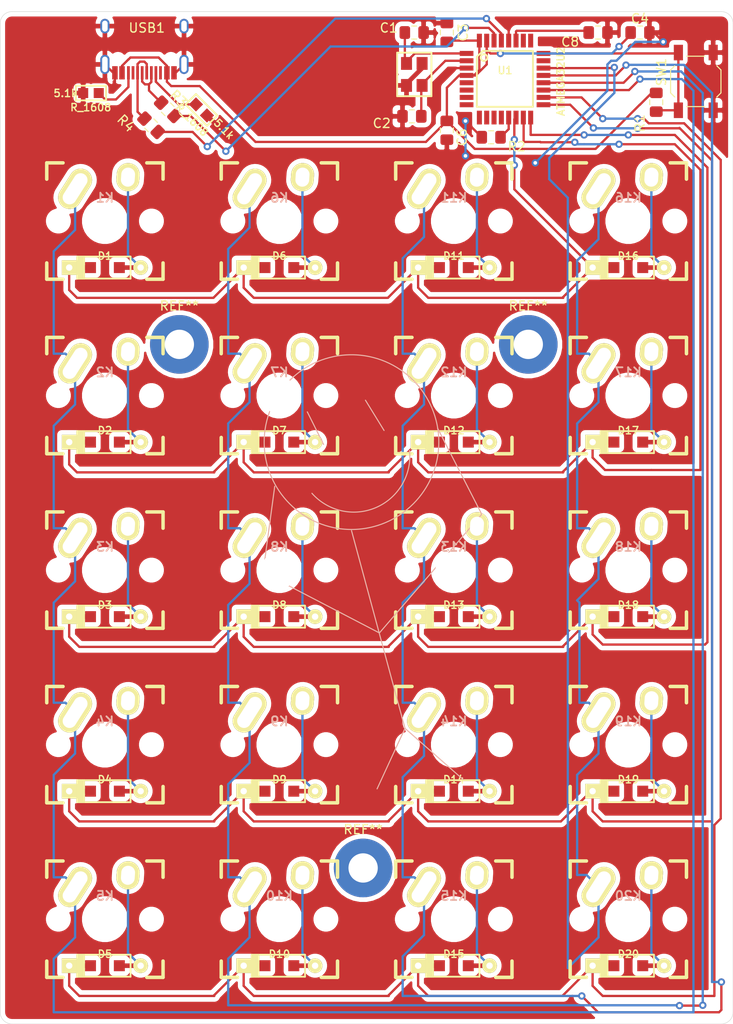
<source format=kicad_pcb>
(kicad_pcb (version 20171130) (host pcbnew "(5.1.6)-1")
  (layers (0 F.Cu signal) (31 B.Cu signal) (34 B.Paste user) (35 F.Paste user) (36 B.SilkS user) (37 F.SilkS user) (38 B.Mask user) (39 F.Mask user) (44 Edge.Cuts user))
  (net 0 "")
  (net 1 "Net-(C1-Pad1)")
  (net 2 "Net-(C2-Pad1)")
  (net 3 VCC)
  (net 4 "Net-(D1-Pad2)")
  (net 5 /row0)
  (net 6 "Net-(D2-Pad2)")
  (net 7 /row1)
  (net 8 "Net-(D3-Pad2)")
  (net 9 /row2)
  (net 10 "Net-(D4-Pad2)")
  (net 11 /row3)
  (net 12 "Net-(D5-Pad2)")
  (net 13 /row4)
  (net 14 "Net-(D6-Pad2)")
  (net 15 "Net-(D7-Pad2)")
  (net 16 "Net-(D8-Pad2)")
  (net 17 "Net-(D9-Pad2)")
  (net 18 "Net-(D10-Pad2)")
  (net 19 "Net-(D11-Pad2)")
  (net 20 "Net-(D12-Pad2)")
  (net 21 "Net-(D13-Pad2)")
  (net 22 "Net-(D14-Pad2)")
  (net 23 "Net-(D15-Pad2)")
  (net 24 "Net-(D16-Pad2)")
  (net 25 "Net-(D17-Pad2)")
  (net 26 "Net-(D18-Pad2)")
  (net 27 "Net-(D19-Pad2)")
  (net 28 "Net-(D20-Pad2)")
  (net 29 /column0)
  (net 30 /column1)
  (net 31 /column2)
  (net 32 /column3)
  (net 33 "Net-(R1-Pad2)")
  (net 34 "Net-(R2-Pad1)")
  (net 35 "Net-(R3-Pad2)")
  (net 36 "Net-(R4-Pad2)")
  (net 37 "Net-(U1-Pad5)")
  (net 38 "Net-(U1-Pad6)")
  (net 39 "Net-(U1-Pad7)")
  (net 40 "Net-(U1-Pad8)")
  (net 41 "Net-(U1-Pad9)")
  (net 42 "Net-(U1-Pad10)")
  (net 43 "Net-(U1-Pad11)")
  (net 44 "Net-(U1-Pad12)")
  (net 45 "Net-(U1-Pad23)")
  (net 46 "Net-(U1-Pad25)")
  (net 47 "Net-(U1-Pad26)")
  (net 48 GND)
  (net 49 "Net-(C8-Pad2)")
  (net 50 "Net-(R3-Pad1)")
  (net 51 "Net-(R4-Pad1)")
  (module Type-C:HRO-TYPE-C-31-M-12 (layer F.Cu) (at 58.928 38.354 180)
    (fp_text reference USB1 (at -0.254 -2.794) (layer F.SilkS))
    (fp_text value HRO-31-M-12)
    (pad 12 smd rect (at 3.225 -7.695 180) (size 0.6 1.45) (layers F.Cu F.Paste F.Mask) (net 48 GND))
    (pad 1 smd rect (at -3.225 -7.695 180) (size 0.6 1.45) (layers F.Cu F.Paste F.Mask) (net 48 GND))
    (pad 11 smd rect (at 2.45 -7.695 180) (size 0.6 1.45) (layers F.Cu F.Paste F.Mask) (net 3 VCC))
    (pad 2 smd rect (at -2.45 -7.695 180) (size 0.6 1.45) (layers F.Cu F.Paste F.Mask) (net 3 VCC))
    (pad 3 smd rect (at -1.75 -7.695 180) (size 0.3 1.45) (layers F.Cu F.Paste F.Mask))
    (pad 10 smd rect (at 1.75 -7.695 180) (size 0.3 1.45) (layers F.Cu F.Paste F.Mask))
    (pad 4 smd rect (at -1.25 -7.695 180) (size 0.3 1.45) (layers F.Cu F.Paste F.Mask))
    (pad 9 smd rect (at 1.25 -7.695 180) (size 0.3 1.45) (layers F.Cu F.Paste F.Mask))
    (pad 5 smd rect (at -0.75 -7.695 180) (size 0.3 1.45) (layers F.Cu F.Paste F.Mask) (net 50 "Net-(R3-Pad1)"))
    (pad 8 smd rect (at 0.75 -7.695 180) (size 0.3 1.45) (layers F.Cu F.Paste F.Mask) (net 51 "Net-(R4-Pad1)"))
    (pad 7 smd rect (at 0.25 -7.695 180) (size 0.3 1.45) (layers F.Cu F.Paste F.Mask) (net 50 "Net-(R3-Pad1)"))
    (pad 6 smd rect (at -0.25 -7.695 180) (size 0.3 1.45) (layers F.Cu F.Paste F.Mask) (net 51 "Net-(R4-Pad1)"))
    (pad "" np_thru_hole circle (at 2.89 -6.25 180) (size 0.65 0.65) (drill 0.65) (layers *.Cu *.Mask))
    (pad "" np_thru_hole circle (at -2.89 -6.25 180) (size 0.65 0.65) (drill 0.65) (layers *.Cu *.Mask))
    (pad 13 thru_hole oval (at -4.32 -6.78 180) (size 1 2.1) (drill oval 0.6 1.7) (layers *.Cu B.Mask) (net 48 GND))
    (pad 13 thru_hole oval (at 4.32 -6.78 180) (size 1 2.1) (drill oval 0.6 1.7) (layers *.Cu B.Mask) (net 48 GND))
    (pad 13 thru_hole oval (at -4.32 -2.6 180) (size 1 1.6) (drill oval 0.6 1.2) (layers *.Cu B.Mask) (net 48 GND))
    (pad 13 thru_hole oval (at 4.32 -2.6 180) (size 1 1.6) (drill oval 0.6 1.2) (layers *.Cu B.Mask) (net 48 GND))
  )
  (module "" (layer F.Cu) (at 60.96 49.276)
    (fp_text reference "" (at 53.086 48.26) (layer F.SilkS) (effects (font (size 1.27 1.27))))
    (fp_text value "" (at 53.086 48.26) (layer F.SilkS) (effects (font (size 1.27 1.27))))
  )
  (module keyboard_parts:R_1608 (layer F.Cu) (at 53.086 48.26 180)
    (fp_text reference R_1608 (at 0.025 -1.575) (layer F.SilkS) (effects (font (size 0.8 0.8))))
    (fp_text value 5.1k (at 2.8 -0.025) (layer F.SilkS) (effects (font (size 0.8 0.8))))
    (pad 1 smd rect (at -0.85 0 180) (size 1.1 1.1) (layers F.Cu F.Paste F.Mask) (clearance 0.1))
    (pad 2 smd rect (at 0.85 0 180) (size 1.1 1.1) (layers F.Cu F.Paste F.Mask) (net 48 GND) (clearance 0.1))
  )
  (module keyboard_parts:R_1608 (layer F.Cu) (at 65.151 50.1015 315)
    (fp_text reference R_1608 (at 0.025 1.524 135) (layer F.SilkS) (effects (font (size 0.8 0.8))))
    (fp_text value 5.1k (at 3.214 -0.254 135) (layer F.SilkS) (effects (font (size 0.8 0.8))))
    (pad 1 smd rect (at -0.85 0 315) (size 1.1 1.1) (layers F.Cu F.Paste F.Mask) (clearance 0.1))
    (pad 2 smd rect (at 0.85 0 315) (size 1.1 1.1) (layers F.Cu F.Paste F.Mask) (net 48 GND) (clearance 0.1))
  )
  (module MountingHole:MountingHole_3.2mm_M3_Pad (layer F.Cu) (at 100.838 75.692)
    (fp_text reference REF** (at 0 -4.2) (layer F.SilkS))
    (fp_text value MountingHole_3.2mm_M3_Pad)
    (pad 1 thru_hole circle (at 0 0) (size 6.4 6.4) (drill 3.2) (layers *.Cu *.Mask))
  )
  (module MountingHole:MountingHole_3.2mm_M3_Pad (layer F.Cu) (at 62.738 75.692)
    (fp_text reference REF** (at 0 -4.2) (layer F.SilkS))
    (fp_text value MountingHole_3.2mm_M3_Pad)
    (pad 1 thru_hole circle (at 0 0) (size 6.4 6.4) (drill 3.2) (layers *.Cu *.Mask))
  )
  (module MountingHole:MountingHole_3.2mm_M3_Pad (layer F.Cu) (at 82.804 132.842)
    (fp_text reference REF** (at 0 -4.2) (layer F.SilkS))
    (fp_text value MountingHole_3.2mm_M3_Pad)
    (pad 1 thru_hole circle (at 0 0) (size 6.4 6.4) (drill 3.2) (layers *.Cu *.Mask))
  )
  (module Capacitor_SMD:C_0805_2012Metric_Pad1.15x1.40mm_HandSolder (layer F.Cu) (at 88.383 41.656)
    (fp_text reference C1 (at -2.785 -0.508) (layer F.SilkS))
    (fp_text value 22p)
    (pad 2 smd roundrect (at 1.025 0) (size 1.15 1.4) (layers F.Cu F.Paste F.Mask) (roundrect_rratio 0.217391) (net 48 GND))
    (pad 1 smd roundrect (at -1.025 0) (size 1.15 1.4) (layers F.Cu F.Paste F.Mask) (roundrect_rratio 0.217391) (net 1 "Net-(C1-Pad1)"))
  )
  (module Capacitor_SMD:C_0805_2012Metric_Pad1.15x1.40mm_HandSolder (layer F.Cu) (at 88.129 50.8 180)
    (fp_text reference C2 (at 3.293 -0.762) (layer F.SilkS))
    (fp_text value 22p)
    (pad 1 smd roundrect (at -1.025 0 180) (size 1.15 1.4) (layers F.Cu F.Paste F.Mask) (roundrect_rratio 0.217391) (net 2 "Net-(C2-Pad1)"))
    (pad 2 smd roundrect (at 1.025 0 180) (size 1.15 1.4) (layers F.Cu F.Paste F.Mask) (roundrect_rratio 0.217391) (net 48 GND))
  )
  (module keyboard_parts:FA-238 (layer F.Cu) (at 88.392 46.228 270)
    (fp_text reference X1 hide)
    (fp_text value XTAL_GND hide)
    (pad 3 smd rect (at -1.1 -0.8 270) (size 1.4 1.2) (drill (offset -0.1 -0.05)) (layers F.Cu F.Paste F.Mask) (net 48 GND) (clearance 0.2))
    (pad 2 smd rect (at 1.1 -0.8 270) (size 1.4 1.2) (drill (offset 0.1 -0.05)) (layers F.Cu F.Paste F.Mask) (net 2 "Net-(C2-Pad1)") (clearance 0.2))
    (pad 1 smd rect (at -1.1 0.8 270) (size 1.4 1.2) (drill (offset -0.1 0.05)) (layers F.Cu F.Paste F.Mask) (net 1 "Net-(C1-Pad1)") (clearance 0.2))
    (pad 4 smd rect (at 1.1 0.8 270) (size 1.4 1.2) (drill (offset 0.1 0.05)) (layers F.Cu F.Paste F.Mask) (net 48 GND) (clearance 0.2))
  )
  (module keyboard_parts:QFP32_reflow (layer F.Cu) (at 98.298 46.736)
    (fp_text reference U1 (at 0 -0.95) (layer F.SilkS) (effects (font (size 0.8 0.8))))
    (fp_text value ATMEGA32U2 (at 6.096 0.254 90) (layer F.SilkS) (effects (font (size 0.8 0.8))))
    (pad 1 smd rect (at -4.2 -2.8) (size 1.5 0.55) (layers F.Cu F.Paste F.Mask) (net 1 "Net-(C1-Pad1)") (clearance 0.15))
    (pad 2 smd rect (at -4.2 -2) (size 1.5 0.55) (layers F.Cu F.Paste F.Mask) (net 2 "Net-(C2-Pad1)") (clearance 0.15))
    (pad 3 smd rect (at -4.2 -1.2) (size 1.5 0.55) (layers F.Cu F.Paste F.Mask) (net 48 GND) (clearance 0.15))
    (pad 4 smd rect (at -4.2 -0.4) (size 1.5 0.55) (layers F.Cu F.Paste F.Mask) (net 3 VCC) (clearance 0.15))
    (pad 5 smd rect (at -4.2 0.4) (size 1.5 0.55) (layers F.Cu F.Paste F.Mask) (net 37 "Net-(U1-Pad5)") (clearance 0.15))
    (pad 6 smd rect (at -4.2 1.2) (size 1.5 0.55) (layers F.Cu F.Paste F.Mask) (net 38 "Net-(U1-Pad6)") (clearance 0.15))
    (pad 7 smd rect (at -4.2 2) (size 1.5 0.55) (layers F.Cu F.Paste F.Mask) (net 39 "Net-(U1-Pad7)") (clearance 0.15))
    (pad 8 smd rect (at -4.2 2.8) (size 1.5 0.55) (layers F.Cu F.Paste F.Mask) (net 40 "Net-(U1-Pad8)") (clearance 0.15))
    (pad 9 smd rect (at -2.8 4.2) (size 0.55 1.5) (layers F.Cu F.Paste F.Mask) (net 41 "Net-(U1-Pad9)") (clearance 0.15))
    (pad 10 smd rect (at -2 4.2) (size 0.55 1.5) (layers F.Cu F.Paste F.Mask) (net 42 "Net-(U1-Pad10)") (clearance 0.15))
    (pad 11 smd rect (at -1.2 4.2) (size 0.55 1.5) (layers F.Cu F.Paste F.Mask) (net 43 "Net-(U1-Pad11)") (clearance 0.15))
    (pad 12 smd rect (at -0.4 4.2) (size 0.55 1.5) (layers F.Cu F.Paste F.Mask) (net 44 "Net-(U1-Pad12)") (clearance 0.15))
    (pad 13 smd rect (at 0.4 4.2) (size 0.55 1.5) (layers F.Cu F.Paste F.Mask) (net 34 "Net-(R2-Pad1)") (clearance 0.15))
    (pad 14 smd rect (at 1.2 4.2) (size 0.55 1.5) (layers F.Cu F.Paste F.Mask) (net 5 /row0) (clearance 0.15))
    (pad 15 smd rect (at 2 4.2) (size 0.55 1.5) (layers F.Cu F.Paste F.Mask) (net 7 /row1) (clearance 0.15))
    (pad 16 smd rect (at 2.8 4.2) (size 0.55 1.5) (layers F.Cu F.Paste F.Mask) (net 9 /row2) (clearance 0.15))
    (pad 17 smd rect (at 4.2 2.8) (size 1.5 0.55) (layers F.Cu F.Paste F.Mask) (net 11 /row3) (clearance 0.15))
    (pad 18 smd rect (at 4.2 2) (size 1.5 0.55) (layers F.Cu F.Paste F.Mask) (net 13 /row4) (clearance 0.15))
    (pad 19 smd rect (at 4.2 1.2) (size 1.5 0.55) (layers F.Cu F.Paste F.Mask) (net 29 /column0) (clearance 0.15))
    (pad 20 smd rect (at 4.2 0.4) (size 1.5 0.55) (layers F.Cu F.Paste F.Mask) (net 30 /column1) (clearance 0.15))
    (pad 21 smd rect (at 4.2 -0.4) (size 1.5 0.55) (layers F.Cu F.Paste F.Mask) (net 31 /column2) (clearance 0.15))
    (pad 22 smd rect (at 4.2 -1.2) (size 1.5 0.55) (layers F.Cu F.Paste F.Mask) (net 32 /column3) (clearance 0.15))
    (pad 23 smd rect (at 4.2 -2) (size 1.5 0.55) (layers F.Cu F.Paste F.Mask) (net 45 "Net-(U1-Pad23)") (clearance 0.15))
    (pad 24 smd rect (at 4.2 -2.8) (size 1.5 0.55) (layers F.Cu F.Paste F.Mask) (net 33 "Net-(R1-Pad2)") (clearance 0.15))
    (pad 25 smd rect (at 2.8 -4.2) (size 0.55 1.5) (layers F.Cu F.Paste F.Mask) (net 46 "Net-(U1-Pad25)") (clearance 0.15))
    (pad 26 smd rect (at 2 -4.2) (size 0.55 1.5) (layers F.Cu F.Paste F.Mask) (net 47 "Net-(U1-Pad26)") (clearance 0.15))
    (pad 27 smd rect (at 1.2 -4.2) (size 0.55 1.5) (layers F.Cu F.Paste F.Mask) (net 49 "Net-(C8-Pad2)") (clearance 0.15))
    (pad 28 smd rect (at 0.4 -4.2) (size 0.55 1.5) (layers F.Cu F.Paste F.Mask) (net 48 GND) (clearance 0.15))
    (pad 29 smd rect (at -0.4 -4.2) (size 0.55 1.5) (layers F.Cu F.Paste F.Mask) (net 36 "Net-(R4-Pad2)") (clearance 0.15))
    (pad 30 smd rect (at -1.2 -4.2) (size 0.55 1.5) (layers F.Cu F.Paste F.Mask) (net 35 "Net-(R3-Pad2)") (clearance 0.15))
    (pad 31 smd rect (at -2 -4.2) (size 0.55 1.5) (layers F.Cu F.Paste F.Mask) (net 3 VCC) (clearance 0.15))
    (pad 32 smd rect (at -2.8 -4.2) (size 0.55 1.5) (layers F.Cu F.Paste F.Mask) (net 3 VCC) (clearance 0.15))
  )
  (module keebs:Mx_Alps_100 (layer F.Cu) (at 73.66 62.23)
    (fp_text reference K6 (at 0 -2.54) (layer B.SilkS) (effects (font (thickness 0.2)) (justify mirror)))
    (fp_text value KEYSW hide)
    (pad HOLE np_thru_hole circle (at 0 0) (size 3.9878 3.9878) (drill 3.9878) (layers *.Cu))
    (pad HOLE np_thru_hole circle (at -5.08 0) (size 1.7018 1.7018) (drill 1.7018) (layers *.Cu))
    (pad HOLE np_thru_hole circle (at 5.08 0) (size 1.7018 1.7018) (drill 1.7018) (layers *.Cu))
    (pad 1 thru_hole oval (at -3.255 -3.52 327.5) (size 2.5 4.75) (drill oval 1.5 3.75) (layers *.Cu *.Mask F.SilkS) (net 30 /column1))
    (pad 2 thru_hole oval (at 2.52 -4.79 356.1) (size 2.5 3.08) (drill oval 1.5 2.08) (layers *.Cu *.Mask F.SilkS) (net 14 "Net-(D6-Pad2)"))
  )
  (module keebs:Mx_Alps_100 (layer F.Cu) (at 92.71 62.23)
    (fp_text reference K11 (at 0 -2.54) (layer B.SilkS) (effects (font (thickness 0.2)) (justify mirror)))
    (fp_text value KEYSW hide)
    (pad HOLE np_thru_hole circle (at 0 0) (size 3.9878 3.9878) (drill 3.9878) (layers *.Cu))
    (pad HOLE np_thru_hole circle (at -5.08 0) (size 1.7018 1.7018) (drill 1.7018) (layers *.Cu))
    (pad HOLE np_thru_hole circle (at 5.08 0) (size 1.7018 1.7018) (drill 1.7018) (layers *.Cu))
    (pad 1 thru_hole oval (at -3.255 -3.52 327.5) (size 2.5 4.75) (drill oval 1.5 3.75) (layers *.Cu *.Mask F.SilkS) (net 31 /column2))
    (pad 2 thru_hole oval (at 2.52 -4.79 356.1) (size 2.5 3.08) (drill oval 1.5 2.08) (layers *.Cu *.Mask F.SilkS) (net 19 "Net-(D11-Pad2)"))
  )
  (module Capacitor_SMD:C_0805_2012Metric_Pad1.15x1.40mm_HandSolder (layer F.Cu) (at 91.948 41.647 90)
    (fp_text reference C3 (at -0.009 1.778 90) (layer F.SilkS))
    (fp_text value 0.1u)
    (pad 1 smd roundrect (at -1.025 0 90) (size 1.15 1.4) (layers F.Cu F.Paste F.Mask) (roundrect_rratio 0.217391) (net 3 VCC))
    (pad 2 smd roundrect (at 1.025 0 90) (size 1.15 1.4) (layers F.Cu F.Paste F.Mask) (roundrect_rratio 0.217391) (net 48 GND))
  )
  (module Capacitor_SMD:C_0805_2012Metric_Pad1.15x1.40mm_HandSolder (layer F.Cu) (at 113.039 41.656)
    (fp_text reference C4 (at -0.009 -1.524) (layer F.SilkS))
    (fp_text value 0.1u)
    (pad 1 smd roundrect (at -1.025 0) (size 1.15 1.4) (layers F.Cu F.Paste F.Mask) (roundrect_rratio 0.217391) (net 3 VCC))
    (pad 2 smd roundrect (at 1.025 0) (size 1.15 1.4) (layers F.Cu F.Paste F.Mask) (roundrect_rratio 0.217391) (net 48 GND))
  )
  (module Capacitor_SMD:C_0805_2012Metric_Pad1.15x1.40mm_HandSolder (layer F.Cu) (at 91.948 52.324 270)
    (fp_text reference C6 (at 0.762 -1.65 90) (layer F.SilkS))
    (fp_text value 4.7u)
    (pad 1 smd roundrect (at -1.025 0 270) (size 1.15 1.4) (layers F.Cu F.Paste F.Mask) (roundrect_rratio 0.217391) (net 3 VCC))
    (pad 2 smd roundrect (at 1.025 0 270) (size 1.15 1.4) (layers F.Cu F.Paste F.Mask) (roundrect_rratio 0.217) (net 48 GND))
  )
  (module Capacitor_SMD:C_0805_2012Metric_Pad1.15x1.40mm_HandSolder (layer F.Cu) (at 108.458 41.656 180)
    (fp_text reference C8 (at 3.048 -1.016) (layer F.SilkS))
    (fp_text value 1u)
    (pad 2 smd roundrect (at 1.025 0 180) (size 1.15 1.4) (layers F.Cu F.Paste F.Mask) (roundrect_rratio 0.217391) (net 49 "Net-(C8-Pad2)"))
    (pad 1 smd roundrect (at -1.025 0 180) (size 1.15 1.4) (layers F.Cu F.Paste F.Mask) (roundrect_rratio 0.217391) (net 48 GND))
  )
  (module keyboard_parts:D_SOD123_axial (layer F.Cu) (at 54.61 67.31)
    (fp_text reference D1 (at 0 -1.27) (layer F.SilkS) (effects (font (size 0.8 0.8))))
    (fp_text value D hide)
    (pad 2 smd rect (at 1.575 0) (size 1.2 1.2) (layers F.Cu F.Paste F.Mask) (net 4 "Net-(D1-Pad2)"))
    (pad 1 smd rect (at -1.575 0) (size 1.2 1.2) (layers F.Cu F.Paste F.Mask) (net 5 /row0))
    (pad 1 thru_hole rect (at -3.9 0) (size 1.6 1.6) (drill 0.7) (layers *.Cu *.Mask F.SilkS) (net 5 /row0))
    (pad 2 thru_hole circle (at 3.9 0) (size 1.6 1.6) (drill 0.7) (layers *.Cu *.Mask F.SilkS) (net 4 "Net-(D1-Pad2)"))
    (pad 1 smd rect (at -2.7 0) (size 2.5 0.5) (layers F.Cu) (net 5 /row0))
    (pad 2 smd rect (at 2.7 0) (size 2.5 0.5) (layers F.Cu) (net 4 "Net-(D1-Pad2)"))
  )
  (module keyboard_parts:D_SOD123_axial (layer F.Cu) (at 54.61 86.36)
    (fp_text reference D2 (at 0 -1.27) (layer F.SilkS) (effects (font (size 0.8 0.8))))
    (fp_text value D hide)
    (pad 2 smd rect (at 2.7 0) (size 2.5 0.5) (layers F.Cu) (net 6 "Net-(D2-Pad2)"))
    (pad 1 smd rect (at -2.7 0) (size 2.5 0.5) (layers F.Cu) (net 7 /row1))
    (pad 2 thru_hole circle (at 3.9 0) (size 1.6 1.6) (drill 0.7) (layers *.Cu *.Mask F.SilkS) (net 6 "Net-(D2-Pad2)"))
    (pad 1 thru_hole rect (at -3.9 0) (size 1.6 1.6) (drill 0.7) (layers *.Cu *.Mask F.SilkS) (net 7 /row1))
    (pad 1 smd rect (at -1.575 0) (size 1.2 1.2) (layers F.Cu F.Paste F.Mask) (net 7 /row1))
    (pad 2 smd rect (at 1.575 0) (size 1.2 1.2) (layers F.Cu F.Paste F.Mask) (net 6 "Net-(D2-Pad2)"))
  )
  (module keyboard_parts:D_SOD123_axial (layer F.Cu) (at 54.61 105.41)
    (fp_text reference D3 (at 0 -1.27) (layer F.SilkS) (effects (font (size 0.8 0.8))))
    (fp_text value D hide)
    (pad 2 smd rect (at 1.575 0) (size 1.2 1.2) (layers F.Cu F.Paste F.Mask) (net 8 "Net-(D3-Pad2)"))
    (pad 1 smd rect (at -1.575 0) (size 1.2 1.2) (layers F.Cu F.Paste F.Mask) (net 9 /row2))
    (pad 1 thru_hole rect (at -3.9 0) (size 1.6 1.6) (drill 0.7) (layers *.Cu *.Mask F.SilkS) (net 9 /row2))
    (pad 2 thru_hole circle (at 3.9 0) (size 1.6 1.6) (drill 0.7) (layers *.Cu *.Mask F.SilkS) (net 8 "Net-(D3-Pad2)"))
    (pad 1 smd rect (at -2.7 0) (size 2.5 0.5) (layers F.Cu) (net 9 /row2))
    (pad 2 smd rect (at 2.7 0) (size 2.5 0.5) (layers F.Cu) (net 8 "Net-(D3-Pad2)"))
  )
  (module keyboard_parts:D_SOD123_axial (layer F.Cu) (at 54.61 124.46)
    (fp_text reference D4 (at 0 -1.27) (layer F.SilkS) (effects (font (size 0.8 0.8))))
    (fp_text value D hide)
    (pad 2 smd rect (at 1.575 0) (size 1.2 1.2) (layers F.Cu F.Paste F.Mask) (net 10 "Net-(D4-Pad2)"))
    (pad 1 smd rect (at -1.575 0) (size 1.2 1.2) (layers F.Cu F.Paste F.Mask) (net 11 /row3))
    (pad 1 thru_hole rect (at -3.9 0) (size 1.6 1.6) (drill 0.7) (layers *.Cu *.Mask F.SilkS) (net 11 /row3))
    (pad 2 thru_hole circle (at 3.9 0) (size 1.6 1.6) (drill 0.7) (layers *.Cu *.Mask F.SilkS) (net 10 "Net-(D4-Pad2)"))
    (pad 1 smd rect (at -2.7 0) (size 2.5 0.5) (layers F.Cu) (net 11 /row3))
    (pad 2 smd rect (at 2.7 0) (size 2.5 0.5) (layers F.Cu) (net 10 "Net-(D4-Pad2)"))
  )
  (module keyboard_parts:D_SOD123_axial (layer F.Cu) (at 54.61 143.51)
    (fp_text reference D5 (at 0 -1.27) (layer F.SilkS) (effects (font (size 0.8 0.8))))
    (fp_text value D hide)
    (pad 2 smd rect (at 2.7 0) (size 2.5 0.5) (layers F.Cu) (net 12 "Net-(D5-Pad2)"))
    (pad 1 smd rect (at -2.7 0) (size 2.5 0.5) (layers F.Cu) (net 13 /row4))
    (pad 2 thru_hole circle (at 3.9 0) (size 1.6 1.6) (drill 0.7) (layers *.Cu *.Mask F.SilkS) (net 12 "Net-(D5-Pad2)"))
    (pad 1 thru_hole rect (at -3.9 0) (size 1.6 1.6) (drill 0.7) (layers *.Cu *.Mask F.SilkS) (net 13 /row4))
    (pad 1 smd rect (at -1.575 0) (size 1.2 1.2) (layers F.Cu F.Paste F.Mask) (net 13 /row4))
    (pad 2 smd rect (at 1.575 0) (size 1.2 1.2) (layers F.Cu F.Paste F.Mask) (net 12 "Net-(D5-Pad2)"))
  )
  (module keyboard_parts:D_SOD123_axial (layer F.Cu) (at 73.66 67.31)
    (fp_text reference D6 (at 0 -1.27) (layer F.SilkS) (effects (font (size 0.8 0.8))))
    (fp_text value D hide)
    (pad 2 smd rect (at 2.7 0) (size 2.5 0.5) (layers F.Cu) (net 14 "Net-(D6-Pad2)"))
    (pad 1 smd rect (at -2.7 0) (size 2.5 0.5) (layers F.Cu) (net 5 /row0))
    (pad 2 thru_hole circle (at 3.9 0) (size 1.6 1.6) (drill 0.7) (layers *.Cu *.Mask F.SilkS) (net 14 "Net-(D6-Pad2)"))
    (pad 1 thru_hole rect (at -3.9 0) (size 1.6 1.6) (drill 0.7) (layers *.Cu *.Mask F.SilkS) (net 5 /row0))
    (pad 1 smd rect (at -1.575 0) (size 1.2 1.2) (layers F.Cu F.Paste F.Mask) (net 5 /row0))
    (pad 2 smd rect (at 1.575 0) (size 1.2 1.2) (layers F.Cu F.Paste F.Mask) (net 14 "Net-(D6-Pad2)"))
  )
  (module keyboard_parts:D_SOD123_axial (layer F.Cu) (at 73.66 86.36)
    (fp_text reference D7 (at 0 -1.27) (layer F.SilkS) (effects (font (size 0.8 0.8))))
    (fp_text value D hide)
    (pad 2 smd rect (at 1.575 0) (size 1.2 1.2) (layers F.Cu F.Paste F.Mask) (net 15 "Net-(D7-Pad2)"))
    (pad 1 smd rect (at -1.575 0) (size 1.2 1.2) (layers F.Cu F.Paste F.Mask) (net 7 /row1))
    (pad 1 thru_hole rect (at -3.9 0) (size 1.6 1.6) (drill 0.7) (layers *.Cu *.Mask F.SilkS) (net 7 /row1))
    (pad 2 thru_hole circle (at 3.9 0) (size 1.6 1.6) (drill 0.7) (layers *.Cu *.Mask F.SilkS) (net 15 "Net-(D7-Pad2)"))
    (pad 1 smd rect (at -2.7 0) (size 2.5 0.5) (layers F.Cu) (net 7 /row1))
    (pad 2 smd rect (at 2.7 0) (size 2.5 0.5) (layers F.Cu) (net 15 "Net-(D7-Pad2)"))
  )
  (module keyboard_parts:D_SOD123_axial (layer F.Cu) (at 73.66 105.41)
    (fp_text reference D8 (at 0 -1.27) (layer F.SilkS) (effects (font (size 0.8 0.8))))
    (fp_text value D hide)
    (pad 2 smd rect (at 2.7 0) (size 2.5 0.5) (layers F.Cu) (net 16 "Net-(D8-Pad2)"))
    (pad 1 smd rect (at -2.7 0) (size 2.5 0.5) (layers F.Cu) (net 9 /row2))
    (pad 2 thru_hole circle (at 3.9 0) (size 1.6 1.6) (drill 0.7) (layers *.Cu *.Mask F.SilkS) (net 16 "Net-(D8-Pad2)"))
    (pad 1 thru_hole rect (at -3.9 0) (size 1.6 1.6) (drill 0.7) (layers *.Cu *.Mask F.SilkS) (net 9 /row2))
    (pad 1 smd rect (at -1.575 0) (size 1.2 1.2) (layers F.Cu F.Paste F.Mask) (net 9 /row2))
    (pad 2 smd rect (at 1.575 0) (size 1.2 1.2) (layers F.Cu F.Paste F.Mask) (net 16 "Net-(D8-Pad2)"))
  )
  (module keyboard_parts:D_SOD123_axial (layer F.Cu) (at 73.66 124.46)
    (fp_text reference D9 (at 0 -1.27) (layer F.SilkS) (effects (font (size 0.8 0.8))))
    (fp_text value D hide)
    (pad 2 smd rect (at 2.7 0) (size 2.5 0.5) (layers F.Cu) (net 17 "Net-(D9-Pad2)"))
    (pad 1 smd rect (at -2.7 0) (size 2.5 0.5) (layers F.Cu) (net 11 /row3))
    (pad 2 thru_hole circle (at 3.9 0) (size 1.6 1.6) (drill 0.7) (layers *.Cu *.Mask F.SilkS) (net 17 "Net-(D9-Pad2)"))
    (pad 1 thru_hole rect (at -3.9 0) (size 1.6 1.6) (drill 0.7) (layers *.Cu *.Mask F.SilkS) (net 11 /row3))
    (pad 1 smd rect (at -1.575 0) (size 1.2 1.2) (layers F.Cu F.Paste F.Mask) (net 11 /row3))
    (pad 2 smd rect (at 1.575 0) (size 1.2 1.2) (layers F.Cu F.Paste F.Mask) (net 17 "Net-(D9-Pad2)"))
  )
  (module keyboard_parts:D_SOD123_axial (layer F.Cu) (at 73.66 143.51)
    (fp_text reference D10 (at 0 -1.27) (layer F.SilkS) (effects (font (size 0.8 0.8))))
    (fp_text value D hide)
    (pad 2 smd rect (at 1.575 0) (size 1.2 1.2) (layers F.Cu F.Paste F.Mask) (net 18 "Net-(D10-Pad2)"))
    (pad 1 smd rect (at -1.575 0) (size 1.2 1.2) (layers F.Cu F.Paste F.Mask) (net 13 /row4))
    (pad 1 thru_hole rect (at -3.9 0) (size 1.6 1.6) (drill 0.7) (layers *.Cu *.Mask F.SilkS) (net 13 /row4))
    (pad 2 thru_hole circle (at 3.9 0) (size 1.6 1.6) (drill 0.7) (layers *.Cu *.Mask F.SilkS) (net 18 "Net-(D10-Pad2)"))
    (pad 1 smd rect (at -2.7 0) (size 2.5 0.5) (layers F.Cu) (net 13 /row4))
    (pad 2 smd rect (at 2.7 0) (size 2.5 0.5) (layers F.Cu) (net 18 "Net-(D10-Pad2)"))
  )
  (module keyboard_parts:D_SOD123_axial (layer F.Cu) (at 92.71 67.31)
    (fp_text reference D11 (at 0 -1.27) (layer F.SilkS) (effects (font (size 0.8 0.8))))
    (fp_text value D hide)
    (pad 2 smd rect (at 1.575 0) (size 1.2 1.2) (layers F.Cu F.Paste F.Mask) (net 19 "Net-(D11-Pad2)"))
    (pad 1 smd rect (at -1.575 0) (size 1.2 1.2) (layers F.Cu F.Paste F.Mask) (net 5 /row0))
    (pad 1 thru_hole rect (at -3.9 0) (size 1.6 1.6) (drill 0.7) (layers *.Cu *.Mask F.SilkS) (net 5 /row0))
    (pad 2 thru_hole circle (at 3.9 0) (size 1.6 1.6) (drill 0.7) (layers *.Cu *.Mask F.SilkS) (net 19 "Net-(D11-Pad2)"))
    (pad 1 smd rect (at -2.7 0) (size 2.5 0.5) (layers F.Cu) (net 5 /row0))
    (pad 2 smd rect (at 2.7 0) (size 2.5 0.5) (layers F.Cu) (net 19 "Net-(D11-Pad2)"))
  )
  (module keyboard_parts:D_SOD123_axial (layer F.Cu) (at 92.71 86.36)
    (fp_text reference D12 (at 0 -1.27) (layer F.SilkS) (effects (font (size 0.8 0.8))))
    (fp_text value D hide)
    (pad 2 smd rect (at 2.7 0) (size 2.5 0.5) (layers F.Cu) (net 20 "Net-(D12-Pad2)"))
    (pad 1 smd rect (at -2.7 0) (size 2.5 0.5) (layers F.Cu) (net 7 /row1))
    (pad 2 thru_hole circle (at 3.9 0) (size 1.6 1.6) (drill 0.7) (layers *.Cu *.Mask F.SilkS) (net 20 "Net-(D12-Pad2)"))
    (pad 1 thru_hole rect (at -3.9 0) (size 1.6 1.6) (drill 0.7) (layers *.Cu *.Mask F.SilkS) (net 7 /row1))
    (pad 1 smd rect (at -1.575 0) (size 1.2 1.2) (layers F.Cu F.Paste F.Mask) (net 7 /row1))
    (pad 2 smd rect (at 1.575 0) (size 1.2 1.2) (layers F.Cu F.Paste F.Mask) (net 20 "Net-(D12-Pad2)"))
  )
  (module keyboard_parts:D_SOD123_axial (layer F.Cu) (at 92.71 105.41)
    (fp_text reference D13 (at 0 -1.27) (layer F.SilkS) (effects (font (size 0.8 0.8))))
    (fp_text value D hide)
    (pad 2 smd rect (at 1.575 0) (size 1.2 1.2) (layers F.Cu F.Paste F.Mask) (net 21 "Net-(D13-Pad2)"))
    (pad 1 smd rect (at -1.575 0) (size 1.2 1.2) (layers F.Cu F.Paste F.Mask) (net 9 /row2))
    (pad 1 thru_hole rect (at -3.9 0) (size 1.6 1.6) (drill 0.7) (layers *.Cu *.Mask F.SilkS) (net 9 /row2))
    (pad 2 thru_hole circle (at 3.9 0) (size 1.6 1.6) (drill 0.7) (layers *.Cu *.Mask F.SilkS) (net 21 "Net-(D13-Pad2)"))
    (pad 1 smd rect (at -2.7 0) (size 2.5 0.5) (layers F.Cu) (net 9 /row2))
    (pad 2 smd rect (at 2.7 0) (size 2.5 0.5) (layers F.Cu) (net 21 "Net-(D13-Pad2)"))
  )
  (module keyboard_parts:D_SOD123_axial (layer F.Cu) (at 92.71 124.46)
    (fp_text reference D14 (at 0 -1.27) (layer F.SilkS) (effects (font (size 0.8 0.8))))
    (fp_text value D hide)
    (pad 2 smd rect (at 1.575 0) (size 1.2 1.2) (layers F.Cu F.Paste F.Mask) (net 22 "Net-(D14-Pad2)"))
    (pad 1 smd rect (at -1.575 0) (size 1.2 1.2) (layers F.Cu F.Paste F.Mask) (net 11 /row3))
    (pad 1 thru_hole rect (at -3.9 0) (size 1.6 1.6) (drill 0.7) (layers *.Cu *.Mask F.SilkS) (net 11 /row3))
    (pad 2 thru_hole circle (at 3.9 0) (size 1.6 1.6) (drill 0.7) (layers *.Cu *.Mask F.SilkS) (net 22 "Net-(D14-Pad2)"))
    (pad 1 smd rect (at -2.7 0) (size 2.5 0.5) (layers F.Cu) (net 11 /row3))
    (pad 2 smd rect (at 2.7 0) (size 2.5 0.5) (layers F.Cu) (net 22 "Net-(D14-Pad2)"))
  )
  (module keyboard_parts:D_SOD123_axial (layer F.Cu) (at 92.71 143.51)
    (fp_text reference D15 (at 0 -1.27) (layer F.SilkS) (effects (font (size 0.8 0.8))))
    (fp_text value D hide)
    (pad 2 smd rect (at 1.575 0) (size 1.2 1.2) (layers F.Cu F.Paste F.Mask) (net 23 "Net-(D15-Pad2)"))
    (pad 1 smd rect (at -1.575 0) (size 1.2 1.2) (layers F.Cu F.Paste F.Mask) (net 13 /row4))
    (pad 1 thru_hole rect (at -3.9 0) (size 1.6 1.6) (drill 0.7) (layers *.Cu *.Mask F.SilkS) (net 13 /row4))
    (pad 2 thru_hole circle (at 3.9 0) (size 1.6 1.6) (drill 0.7) (layers *.Cu *.Mask F.SilkS) (net 23 "Net-(D15-Pad2)"))
    (pad 1 smd rect (at -2.7 0) (size 2.5 0.5) (layers F.Cu) (net 13 /row4))
    (pad 2 smd rect (at 2.7 0) (size 2.5 0.5) (layers F.Cu) (net 23 "Net-(D15-Pad2)"))
  )
  (module keyboard_parts:D_SOD123_axial (layer F.Cu) (at 111.76 67.31)
    (fp_text reference D16 (at 0 -1.27) (layer F.SilkS) (effects (font (size 0.8 0.8))))
    (fp_text value D hide)
    (pad 2 smd rect (at 2.7 0) (size 2.5 0.5) (layers F.Cu) (net 24 "Net-(D16-Pad2)"))
    (pad 1 smd rect (at -2.7 0) (size 2.5 0.5) (layers F.Cu) (net 5 /row0))
    (pad 2 thru_hole circle (at 3.9 0) (size 1.6 1.6) (drill 0.7) (layers *.Cu *.Mask F.SilkS) (net 24 "Net-(D16-Pad2)"))
    (pad 1 thru_hole rect (at -3.9 0) (size 1.6 1.6) (drill 0.7) (layers *.Cu *.Mask F.SilkS) (net 5 /row0))
    (pad 1 smd rect (at -1.575 0) (size 1.2 1.2) (layers F.Cu F.Paste F.Mask) (net 5 /row0))
    (pad 2 smd rect (at 1.575 0) (size 1.2 1.2) (layers F.Cu F.Paste F.Mask) (net 24 "Net-(D16-Pad2)"))
  )
  (module keyboard_parts:D_SOD123_axial (layer F.Cu) (at 111.76 86.36)
    (fp_text reference D17 (at 0 -1.27) (layer F.SilkS) (effects (font (size 0.8 0.8))))
    (fp_text value D hide)
    (pad 2 smd rect (at 2.7 0) (size 2.5 0.5) (layers F.Cu) (net 25 "Net-(D17-Pad2)"))
    (pad 1 smd rect (at -2.7 0) (size 2.5 0.5) (layers F.Cu) (net 7 /row1))
    (pad 2 thru_hole circle (at 3.9 0) (size 1.6 1.6) (drill 0.7) (layers *.Cu *.Mask F.SilkS) (net 25 "Net-(D17-Pad2)"))
    (pad 1 thru_hole rect (at -3.9 0) (size 1.6 1.6) (drill 0.7) (layers *.Cu *.Mask F.SilkS) (net 7 /row1))
    (pad 1 smd rect (at -1.575 0) (size 1.2 1.2) (layers F.Cu F.Paste F.Mask) (net 7 /row1))
    (pad 2 smd rect (at 1.575 0) (size 1.2 1.2) (layers F.Cu F.Paste F.Mask) (net 25 "Net-(D17-Pad2)"))
  )
  (module keyboard_parts:D_SOD123_axial (layer F.Cu) (at 111.76 105.41)
    (fp_text reference D18 (at 0 -1.27) (layer F.SilkS) (effects (font (size 0.8 0.8))))
    (fp_text value D hide)
    (pad 2 smd rect (at 1.575 0) (size 1.2 1.2) (layers F.Cu F.Paste F.Mask) (net 26 "Net-(D18-Pad2)"))
    (pad 1 smd rect (at -1.575 0) (size 1.2 1.2) (layers F.Cu F.Paste F.Mask) (net 9 /row2))
    (pad 1 thru_hole rect (at -3.9 0) (size 1.6 1.6) (drill 0.7) (layers *.Cu *.Mask F.SilkS) (net 9 /row2))
    (pad 2 thru_hole circle (at 3.9 0) (size 1.6 1.6) (drill 0.7) (layers *.Cu *.Mask F.SilkS) (net 26 "Net-(D18-Pad2)"))
    (pad 1 smd rect (at -2.7 0) (size 2.5 0.5) (layers F.Cu) (net 9 /row2))
    (pad 2 smd rect (at 2.7 0) (size 2.5 0.5) (layers F.Cu) (net 26 "Net-(D18-Pad2)"))
  )
  (module keyboard_parts:D_SOD123_axial (layer F.Cu) (at 111.76 124.46)
    (fp_text reference D19 (at 0 -1.27) (layer F.SilkS) (effects (font (size 0.8 0.8))))
    (fp_text value D hide)
    (pad 2 smd rect (at 2.7 0) (size 2.5 0.5) (layers F.Cu) (net 27 "Net-(D19-Pad2)"))
    (pad 1 smd rect (at -2.7 0) (size 2.5 0.5) (layers F.Cu) (net 11 /row3))
    (pad 2 thru_hole circle (at 3.9 0) (size 1.6 1.6) (drill 0.7) (layers *.Cu *.Mask F.SilkS) (net 27 "Net-(D19-Pad2)"))
    (pad 1 thru_hole rect (at -3.9 0) (size 1.6 1.6) (drill 0.7) (layers *.Cu *.Mask F.SilkS) (net 11 /row3))
    (pad 1 smd rect (at -1.575 0) (size 1.2 1.2) (layers F.Cu F.Paste F.Mask) (net 11 /row3))
    (pad 2 smd rect (at 1.575 0) (size 1.2 1.2) (layers F.Cu F.Paste F.Mask) (net 27 "Net-(D19-Pad2)"))
  )
  (module keyboard_parts:D_SOD123_axial (layer F.Cu) (at 111.76 143.51)
    (fp_text reference D20 (at 0 -1.27) (layer F.SilkS) (effects (font (size 0.8 0.8))))
    (fp_text value D hide)
    (pad 2 smd rect (at 2.7 0) (size 2.5 0.5) (layers F.Cu) (net 28 "Net-(D20-Pad2)"))
    (pad 1 smd rect (at -2.7 0) (size 2.5 0.5) (layers F.Cu) (net 13 /row4))
    (pad 2 thru_hole circle (at 3.9 0) (size 1.6 1.6) (drill 0.7) (layers *.Cu *.Mask F.SilkS) (net 28 "Net-(D20-Pad2)"))
    (pad 1 thru_hole rect (at -3.9 0) (size 1.6 1.6) (drill 0.7) (layers *.Cu *.Mask F.SilkS) (net 13 /row4))
    (pad 1 smd rect (at -1.575 0) (size 1.2 1.2) (layers F.Cu F.Paste F.Mask) (net 13 /row4))
    (pad 2 smd rect (at 1.575 0) (size 1.2 1.2) (layers F.Cu F.Paste F.Mask) (net 28 "Net-(D20-Pad2)"))
  )
  (module keebs:Mx_Alps_100 (layer F.Cu) (at 54.61 62.23)
    (fp_text reference K1 (at 0 -2.54) (layer B.SilkS) (effects (font (thickness 0.2)) (justify mirror)))
    (fp_text value KEYSW hide)
    (pad 2 thru_hole oval (at 2.52 -4.79 356.1) (size 2.5 3.08) (drill oval 1.5 2.08) (layers *.Cu *.Mask F.SilkS) (net 4 "Net-(D1-Pad2)"))
    (pad 1 thru_hole oval (at -3.255 -3.52 327.5) (size 2.5 4.75) (drill oval 1.5 3.75) (layers *.Cu *.Mask F.SilkS) (net 29 /column0))
    (pad HOLE np_thru_hole circle (at 5.08 0) (size 1.7018 1.7018) (drill 1.7018) (layers *.Cu))
    (pad HOLE np_thru_hole circle (at -5.08 0) (size 1.7018 1.7018) (drill 1.7018) (layers *.Cu))
    (pad HOLE np_thru_hole circle (at 0 0) (size 3.9878 3.9878) (drill 3.9878) (layers *.Cu))
  )
  (module keebs:Mx_Alps_100 (layer F.Cu) (at 54.61 81.28)
    (fp_text reference K2 (at 0 -2.54) (layer B.SilkS) (effects (font (thickness 0.2)) (justify mirror)))
    (fp_text value KEYSW hide)
    (pad HOLE np_thru_hole circle (at 0 0) (size 3.9878 3.9878) (drill 3.9878) (layers *.Cu))
    (pad HOLE np_thru_hole circle (at -5.08 0) (size 1.7018 1.7018) (drill 1.7018) (layers *.Cu))
    (pad HOLE np_thru_hole circle (at 5.08 0) (size 1.7018 1.7018) (drill 1.7018) (layers *.Cu))
    (pad 1 thru_hole oval (at -3.255 -3.52 327.5) (size 2.5 4.75) (drill oval 1.5 3.75) (layers *.Cu *.Mask F.SilkS) (net 29 /column0))
    (pad 2 thru_hole oval (at 2.52 -4.79 356.1) (size 2.5 3.08) (drill oval 1.5 2.08) (layers *.Cu *.Mask F.SilkS) (net 6 "Net-(D2-Pad2)"))
  )
  (module keebs:Mx_Alps_100 (layer F.Cu) (at 54.61 100.33)
    (fp_text reference K3 (at 0 -2.54) (layer B.SilkS) (effects (font (thickness 0.2)) (justify mirror)))
    (fp_text value KEYSW hide)
    (pad 2 thru_hole oval (at 2.52 -4.79 356.1) (size 2.5 3.08) (drill oval 1.5 2.08) (layers *.Cu *.Mask F.SilkS) (net 8 "Net-(D3-Pad2)"))
    (pad 1 thru_hole oval (at -3.255 -3.52 327.5) (size 2.5 4.75) (drill oval 1.5 3.75) (layers *.Cu *.Mask F.SilkS) (net 29 /column0))
    (pad HOLE np_thru_hole circle (at 5.08 0) (size 1.7018 1.7018) (drill 1.7018) (layers *.Cu))
    (pad HOLE np_thru_hole circle (at -5.08 0) (size 1.7018 1.7018) (drill 1.7018) (layers *.Cu))
    (pad HOLE np_thru_hole circle (at 0 0) (size 3.9878 3.9878) (drill 3.9878) (layers *.Cu))
  )
  (module keebs:Mx_Alps_100 (layer F.Cu) (at 54.61 119.38)
    (fp_text reference K4 (at 0 -2.54) (layer B.SilkS) (effects (font (thickness 0.2)) (justify mirror)))
    (fp_text value KEYSW hide)
    (pad HOLE np_thru_hole circle (at 0 0) (size 3.9878 3.9878) (drill 3.9878) (layers *.Cu))
    (pad HOLE np_thru_hole circle (at -5.08 0) (size 1.7018 1.7018) (drill 1.7018) (layers *.Cu))
    (pad HOLE np_thru_hole circle (at 5.08 0) (size 1.7018 1.7018) (drill 1.7018) (layers *.Cu))
    (pad 1 thru_hole oval (at -3.255 -3.52 327.5) (size 2.5 4.75) (drill oval 1.5 3.75) (layers *.Cu *.Mask F.SilkS) (net 29 /column0))
    (pad 2 thru_hole oval (at 2.52 -4.79 356.1) (size 2.5 3.08) (drill oval 1.5 2.08) (layers *.Cu *.Mask F.SilkS) (net 10 "Net-(D4-Pad2)"))
  )
  (module keebs:Mx_Alps_100 (layer F.Cu) (at 54.61 138.43)
    (fp_text reference K5 (at 0 -2.54) (layer B.SilkS) (effects (font (thickness 0.2)) (justify mirror)))
    (fp_text value KEYSW hide)
    (pad 2 thru_hole oval (at 2.52 -4.79 356.1) (size 2.5 3.08) (drill oval 1.5 2.08) (layers *.Cu *.Mask F.SilkS) (net 12 "Net-(D5-Pad2)"))
    (pad 1 thru_hole oval (at -3.255 -3.52 327.5) (size 2.5 4.75) (drill oval 1.5 3.75) (layers *.Cu *.Mask F.SilkS) (net 29 /column0))
    (pad HOLE np_thru_hole circle (at 5.08 0) (size 1.7018 1.7018) (drill 1.7018) (layers *.Cu))
    (pad HOLE np_thru_hole circle (at -5.08 0) (size 1.7018 1.7018) (drill 1.7018) (layers *.Cu))
    (pad HOLE np_thru_hole circle (at 0 0) (size 3.9878 3.9878) (drill 3.9878) (layers *.Cu))
  )
  (module keebs:Mx_Alps_100 (layer F.Cu) (at 73.66 81.28)
    (fp_text reference K7 (at 0 -2.54) (layer B.SilkS) (effects (font (thickness 0.2)) (justify mirror)))
    (fp_text value KEYSW hide)
    (pad HOLE np_thru_hole circle (at 0 0) (size 3.9878 3.9878) (drill 3.9878) (layers *.Cu))
    (pad HOLE np_thru_hole circle (at -5.08 0) (size 1.7018 1.7018) (drill 1.7018) (layers *.Cu))
    (pad HOLE np_thru_hole circle (at 5.08 0) (size 1.7018 1.7018) (drill 1.7018) (layers *.Cu))
    (pad 1 thru_hole oval (at -3.255 -3.52 327.5) (size 2.5 4.75) (drill oval 1.5 3.75) (layers *.Cu *.Mask F.SilkS) (net 30 /column1))
    (pad 2 thru_hole oval (at 2.52 -4.79 356.1) (size 2.5 3.08) (drill oval 1.5 2.08) (layers *.Cu *.Mask F.SilkS) (net 15 "Net-(D7-Pad2)"))
  )
  (module keebs:Mx_Alps_100 (layer F.Cu) (at 73.66 100.33)
    (fp_text reference K8 (at 0 -2.54) (layer B.SilkS) (effects (font (thickness 0.2)) (justify mirror)))
    (fp_text value KEYSW hide)
    (pad 2 thru_hole oval (at 2.52 -4.79 356.1) (size 2.5 3.08) (drill oval 1.5 2.08) (layers *.Cu *.Mask F.SilkS) (net 16 "Net-(D8-Pad2)"))
    (pad 1 thru_hole oval (at -3.255 -3.52 327.5) (size 2.5 4.75) (drill oval 1.5 3.75) (layers *.Cu *.Mask F.SilkS) (net 30 /column1))
    (pad HOLE np_thru_hole circle (at 5.08 0) (size 1.7018 1.7018) (drill 1.7018) (layers *.Cu))
    (pad HOLE np_thru_hole circle (at -5.08 0) (size 1.7018 1.7018) (drill 1.7018) (layers *.Cu))
    (pad HOLE np_thru_hole circle (at 0 0) (size 3.9878 3.9878) (drill 3.9878) (layers *.Cu))
  )
  (module keebs:Mx_Alps_100 (layer F.Cu) (at 73.66 119.38)
    (fp_text reference K9 (at 0 -2.54) (layer B.SilkS) (effects (font (thickness 0.2)) (justify mirror)))
    (fp_text value KEYSW hide)
    (pad 2 thru_hole oval (at 2.52 -4.79 356.1) (size 2.5 3.08) (drill oval 1.5 2.08) (layers *.Cu *.Mask F.SilkS) (net 17 "Net-(D9-Pad2)"))
    (pad 1 thru_hole oval (at -3.255 -3.52 327.5) (size 2.5 4.75) (drill oval 1.5 3.75) (layers *.Cu *.Mask F.SilkS) (net 30 /column1))
    (pad HOLE np_thru_hole circle (at 5.08 0) (size 1.7018 1.7018) (drill 1.7018) (layers *.Cu))
    (pad HOLE np_thru_hole circle (at -5.08 0) (size 1.7018 1.7018) (drill 1.7018) (layers *.Cu))
    (pad HOLE np_thru_hole circle (at 0 0) (size 3.9878 3.9878) (drill 3.9878) (layers *.Cu))
  )
  (module keebs:Mx_Alps_100 (layer F.Cu) (at 73.66 138.43)
    (fp_text reference K10 (at 0 -2.54) (layer B.SilkS) (effects (font (thickness 0.2)) (justify mirror)))
    (fp_text value KEYSW hide)
    (pad HOLE np_thru_hole circle (at 0 0) (size 3.9878 3.9878) (drill 3.9878) (layers *.Cu))
    (pad HOLE np_thru_hole circle (at -5.08 0) (size 1.7018 1.7018) (drill 1.7018) (layers *.Cu))
    (pad HOLE np_thru_hole circle (at 5.08 0) (size 1.7018 1.7018) (drill 1.7018) (layers *.Cu))
    (pad 1 thru_hole oval (at -3.255 -3.52 327.5) (size 2.5 4.75) (drill oval 1.5 3.75) (layers *.Cu *.Mask F.SilkS) (net 30 /column1))
    (pad 2 thru_hole oval (at 2.52 -4.79 356.1) (size 2.5 3.08) (drill oval 1.5 2.08) (layers *.Cu *.Mask F.SilkS) (net 18 "Net-(D10-Pad2)"))
  )
  (module keebs:Mx_Alps_100 (layer F.Cu) (at 92.71 81.28)
    (fp_text reference K12 (at 0 -2.54) (layer B.SilkS) (effects (font (thickness 0.2)) (justify mirror)))
    (fp_text value KEYSW hide)
    (pad HOLE np_thru_hole circle (at 0 0) (size 3.9878 3.9878) (drill 3.9878) (layers *.Cu))
    (pad HOLE np_thru_hole circle (at -5.08 0) (size 1.7018 1.7018) (drill 1.7018) (layers *.Cu))
    (pad HOLE np_thru_hole circle (at 5.08 0) (size 1.7018 1.7018) (drill 1.7018) (layers *.Cu))
    (pad 1 thru_hole oval (at -3.255 -3.52 327.5) (size 2.5 4.75) (drill oval 1.5 3.75) (layers *.Cu *.Mask F.SilkS) (net 31 /column2))
    (pad 2 thru_hole oval (at 2.52 -4.79 356.1) (size 2.5 3.08) (drill oval 1.5 2.08) (layers *.Cu *.Mask F.SilkS) (net 20 "Net-(D12-Pad2)"))
  )
  (module keebs:Mx_Alps_100 (layer F.Cu) (at 92.71 100.33)
    (fp_text reference K13 (at 0 -2.54) (layer B.SilkS) (effects (font (thickness 0.2)) (justify mirror)))
    (fp_text value KEYSW hide)
    (pad HOLE np_thru_hole circle (at 0 0) (size 3.9878 3.9878) (drill 3.9878) (layers *.Cu))
    (pad HOLE np_thru_hole circle (at -5.08 0) (size 1.7018 1.7018) (drill 1.7018) (layers *.Cu))
    (pad HOLE np_thru_hole circle (at 5.08 0) (size 1.7018 1.7018) (drill 1.7018) (layers *.Cu))
    (pad 1 thru_hole oval (at -3.255 -3.52 327.5) (size 2.5 4.75) (drill oval 1.5 3.75) (layers *.Cu *.Mask F.SilkS) (net 31 /column2))
    (pad 2 thru_hole oval (at 2.52 -4.79 356.1) (size 2.5 3.08) (drill oval 1.5 2.08) (layers *.Cu *.Mask F.SilkS) (net 21 "Net-(D13-Pad2)"))
  )
  (module keebs:Mx_Alps_100 (layer F.Cu) (at 92.71 119.38)
    (fp_text reference K14 (at 0 -2.54) (layer B.SilkS) (effects (font (thickness 0.2)) (justify mirror)))
    (fp_text value KEYSW hide)
    (pad 2 thru_hole oval (at 2.52 -4.79 356.1) (size 2.5 3.08) (drill oval 1.5 2.08) (layers *.Cu *.Mask F.SilkS) (net 22 "Net-(D14-Pad2)"))
    (pad 1 thru_hole oval (at -3.255 -3.52 327.5) (size 2.5 4.75) (drill oval 1.5 3.75) (layers *.Cu *.Mask F.SilkS) (net 31 /column2))
    (pad HOLE np_thru_hole circle (at 5.08 0) (size 1.7018 1.7018) (drill 1.7018) (layers *.Cu))
    (pad HOLE np_thru_hole circle (at -5.08 0) (size 1.7018 1.7018) (drill 1.7018) (layers *.Cu))
    (pad HOLE np_thru_hole circle (at 0 0) (size 3.9878 3.9878) (drill 3.9878) (layers *.Cu))
  )
  (module keebs:Mx_Alps_100 (layer F.Cu) (at 92.71 138.43)
    (fp_text reference K15 (at 0 -2.54) (layer B.SilkS) (effects (font (thickness 0.2)) (justify mirror)))
    (fp_text value KEYSW hide)
    (pad 2 thru_hole oval (at 2.52 -4.79 356.1) (size 2.5 3.08) (drill oval 1.5 2.08) (layers *.Cu *.Mask F.SilkS) (net 23 "Net-(D15-Pad2)"))
    (pad 1 thru_hole oval (at -3.255 -3.52 327.5) (size 2.5 4.75) (drill oval 1.5 3.75) (layers *.Cu *.Mask F.SilkS) (net 31 /column2))
    (pad HOLE np_thru_hole circle (at 5.08 0) (size 1.7018 1.7018) (drill 1.7018) (layers *.Cu))
    (pad HOLE np_thru_hole circle (at -5.08 0) (size 1.7018 1.7018) (drill 1.7018) (layers *.Cu))
    (pad HOLE np_thru_hole circle (at 0 0) (size 3.9878 3.9878) (drill 3.9878) (layers *.Cu))
  )
  (module keebs:Mx_Alps_100 (layer F.Cu) (at 111.76 62.23)
    (fp_text reference K16 (at 0 -2.54) (layer B.SilkS) (effects (font (thickness 0.2)) (justify mirror)))
    (fp_text value KEYSW hide)
    (pad 2 thru_hole oval (at 2.52 -4.79 356.1) (size 2.5 3.08) (drill oval 1.5 2.08) (layers *.Cu *.Mask F.SilkS) (net 24 "Net-(D16-Pad2)"))
    (pad 1 thru_hole oval (at -3.255 -3.52 327.5) (size 2.5 4.75) (drill oval 1.5 3.75) (layers *.Cu *.Mask F.SilkS) (net 32 /column3))
    (pad HOLE np_thru_hole circle (at 5.08 0) (size 1.7018 1.7018) (drill 1.7018) (layers *.Cu))
    (pad HOLE np_thru_hole circle (at -5.08 0) (size 1.7018 1.7018) (drill 1.7018) (layers *.Cu))
    (pad HOLE np_thru_hole circle (at 0 0) (size 3.9878 3.9878) (drill 3.9878) (layers *.Cu))
  )
  (module keebs:Mx_Alps_100 (layer F.Cu) (at 111.76 81.28)
    (fp_text reference K17 (at 0 -2.54) (layer B.SilkS) (effects (font (thickness 0.2)) (justify mirror)))
    (fp_text value KEYSW hide)
    (pad HOLE np_thru_hole circle (at 0 0) (size 3.9878 3.9878) (drill 3.9878) (layers *.Cu))
    (pad HOLE np_thru_hole circle (at -5.08 0) (size 1.7018 1.7018) (drill 1.7018) (layers *.Cu))
    (pad HOLE np_thru_hole circle (at 5.08 0) (size 1.7018 1.7018) (drill 1.7018) (layers *.Cu))
    (pad 1 thru_hole oval (at -3.255 -3.52 327.5) (size 2.5 4.75) (drill oval 1.5 3.75) (layers *.Cu *.Mask F.SilkS) (net 32 /column3))
    (pad 2 thru_hole oval (at 2.52 -4.79 356.1) (size 2.5 3.08) (drill oval 1.5 2.08) (layers *.Cu *.Mask F.SilkS) (net 25 "Net-(D17-Pad2)"))
  )
  (module keebs:Mx_Alps_100 (layer F.Cu) (at 111.76 100.33)
    (fp_text reference K18 (at 0 -2.54) (layer B.SilkS) (effects (font (thickness 0.2)) (justify mirror)))
    (fp_text value KEYSW hide)
    (pad HOLE np_thru_hole circle (at 0 0) (size 3.9878 3.9878) (drill 3.9878) (layers *.Cu))
    (pad HOLE np_thru_hole circle (at -5.08 0) (size 1.7018 1.7018) (drill 1.7018) (layers *.Cu))
    (pad HOLE np_thru_hole circle (at 5.08 0) (size 1.7018 1.7018) (drill 1.7018) (layers *.Cu))
    (pad 1 thru_hole oval (at -3.255 -3.52 327.5) (size 2.5 4.75) (drill oval 1.5 3.75) (layers *.Cu *.Mask F.SilkS) (net 32 /column3))
    (pad 2 thru_hole oval (at 2.52 -4.79 356.1) (size 2.5 3.08) (drill oval 1.5 2.08) (layers *.Cu *.Mask F.SilkS) (net 26 "Net-(D18-Pad2)"))
  )
  (module keebs:Mx_Alps_100 (layer F.Cu) (at 111.76 119.38)
    (fp_text reference K19 (at 0 -2.54) (layer B.SilkS) (effects (font (thickness 0.2)) (justify mirror)))
    (fp_text value KEYSW hide)
    (pad 2 thru_hole oval (at 2.52 -4.79 356.1) (size 2.5 3.08) (drill oval 1.5 2.08) (layers *.Cu *.Mask F.SilkS) (net 27 "Net-(D19-Pad2)"))
    (pad 1 thru_hole oval (at -3.255 -3.52 327.5) (size 2.5 4.75) (drill oval 1.5 3.75) (layers *.Cu *.Mask F.SilkS) (net 32 /column3))
    (pad HOLE np_thru_hole circle (at 5.08 0) (size 1.7018 1.7018) (drill 1.7018) (layers *.Cu))
    (pad HOLE np_thru_hole circle (at -5.08 0) (size 1.7018 1.7018) (drill 1.7018) (layers *.Cu))
    (pad HOLE np_thru_hole circle (at 0 0) (size 3.9878 3.9878) (drill 3.9878) (layers *.Cu))
  )
  (module keebs:Mx_Alps_100 (layer F.Cu) (at 111.76 138.43)
    (fp_text reference K20 (at 0 -2.54) (layer B.SilkS) (effects (font (thickness 0.2)) (justify mirror)))
    (fp_text value KEYSW hide)
    (pad 2 thru_hole oval (at 2.52 -4.79 356.1) (size 2.5 3.08) (drill oval 1.5 2.08) (layers *.Cu *.Mask F.SilkS) (net 28 "Net-(D20-Pad2)"))
    (pad 1 thru_hole oval (at -3.255 -3.52 327.5) (size 2.5 4.75) (drill oval 1.5 3.75) (layers *.Cu *.Mask F.SilkS) (net 32 /column3))
    (pad HOLE np_thru_hole circle (at 5.08 0) (size 1.7018 1.7018) (drill 1.7018) (layers *.Cu))
    (pad HOLE np_thru_hole circle (at -5.08 0) (size 1.7018 1.7018) (drill 1.7018) (layers *.Cu))
    (pad HOLE np_thru_hole circle (at 0 0) (size 3.9878 3.9878) (drill 3.9878) (layers *.Cu))
  )
  (module Resistor_SMD:R_0805_2012Metric_Pad1.15x1.40mm_HandSolder (layer F.Cu) (at 114.808 49.267 270)
    (fp_text reference R1 (at 2.295 1.778 270) (layer F.SilkS))
    (fp_text value 10k)
    (pad 1 smd roundrect (at -1.025 0 270) (size 1.15 1.4) (layers F.Cu F.Paste F.Mask) (roundrect_rratio 0.217391) (net 3 VCC))
    (pad 2 smd roundrect (at 1.025 0 270) (size 1.15 1.4) (layers F.Cu F.Paste F.Mask) (roundrect_rratio 0.217391) (net 33 "Net-(R1-Pad2)"))
  )
  (module Resistor_SMD:R_0805_2012Metric_Pad1.15x1.40mm_HandSolder (layer F.Cu) (at 96.783 53.086 180)
    (fp_text reference R2 (at -2.785 -1.016) (layer F.SilkS))
    (fp_text value 10k)
    (pad 2 smd roundrect (at 1.025 0 180) (size 1.15 1.4) (layers F.Cu F.Paste F.Mask) (roundrect_rratio 0.217391) (net 48 GND))
    (pad 1 smd roundrect (at -1.025 0 180) (size 1.15 1.4) (layers F.Cu F.Paste F.Mask) (roundrect_rratio 0.217391) (net 34 "Net-(R2-Pad1)"))
  )
  (module Resistor_SMD:R_0805_2012Metric_Pad1.15x1.40mm_HandSolder (layer F.Cu) (at 61.477 50.038 315)
    (fp_text reference R3 (at 0 -1.65 135) (layer F.SilkS))
    (fp_text value 22)
    (pad 1 smd roundrect (at -1.025 0 315) (size 1.15 1.4) (layers F.Cu F.Paste F.Mask) (roundrect_rratio 0.217391) (net 50 "Net-(R3-Pad1)"))
    (pad 2 smd roundrect (at 1.025 0 315) (size 1.15 1.4) (layers F.Cu F.Paste F.Mask) (roundrect_rratio 0.217391) (net 35 "Net-(R3-Pad2)"))
  )
  (module Resistor_SMD:R_0805_2012Metric_Pad1.15x1.40mm_HandSolder (layer F.Cu) (at 59.652784 51.778784 315)
    (fp_text reference R4 (at -2.10263 1.796051 135) (layer F.SilkS))
    (fp_text value 22)
    (pad 2 smd roundrect (at 1.025 0 315) (size 1.15 1.4) (layers F.Cu F.Paste F.Mask) (roundrect_rratio 0.217391) (net 36 "Net-(R4-Pad2)"))
    (pad 1 smd roundrect (at -1.025 0 315) (size 1.15 1.4) (layers F.Cu F.Paste F.Mask) (roundrect_rratio 0.217391) (net 51 "Net-(R4-Pad1)"))
  )
  (module Button_Switch_SMD:SW_SPST_TL3342 (layer F.Cu) (at 119.126 46.99 90)
    (fp_text reference SW1 (at 1.016 -3.75 90) (layer F.SilkS))
    (fp_text value SW_PUSH)
    (pad 1 smd rect (at -3.15 -1.9 90) (size 1.7 1) (layers F.Cu F.Paste F.Mask) (net 33 "Net-(R1-Pad2)"))
    (pad 1 smd rect (at 3.15 -1.9 90) (size 1.7 1) (layers F.Cu F.Paste F.Mask) (net 33 "Net-(R1-Pad2)"))
    (pad 2 smd rect (at -3.15 1.9 90) (size 1.7 1) (layers F.Cu F.Paste F.Mask) (net 48 GND))
    (pad 2 smd rect (at 3.15 1.9 90) (size 1.7 1) (layers F.Cu F.Paste F.Mask) (net 48 GND))
  )
  (gr_arc (start 81.788 87.884) (end 77.216001 91.947999) (angle -143.8067927) (layer B.SilkS) (width 0.12))
  (gr_line (start 83.058 81.788) (end 85.09 85.09) (layer B.SilkS) (width 0.12))
  (gr_line (start 76.708 83.058) (end 78.486 86.614) (layer B.SilkS) (width 0.12))
  (gr_line (start 71.882 100.584) (end 73.152 91.186) (layer B.SilkS) (width 0.12))
  (gr_line (start 84.582 107.188) (end 71.882 100.584) (layer B.SilkS) (width 0.12))
  (gr_line (start 95.758 94.234) (end 90.932 84.836) (layer B.SilkS) (width 0.12))
  (gr_line (start 84.582 107.188) (end 95.758 94.234) (layer B.SilkS) (width 0.12))
  (gr_line (start 87.376 117.602) (end 84.328 124.206) (layer B.SilkS) (width 0.12))
  (gr_line (start 87.376 117.602) (end 93.726 123.19) (layer B.SilkS) (width 0.12))
  (gr_line (start 81.534 96.012) (end 87.376 117.602) (layer B.SilkS) (width 0.12))
  (gr_circle (center 81.534 86.36) (end 87.884 79.248) (layer B.SilkS) (width 0.12))
  (gr_arc (start 121.92 148.59) (end 121.92 149.86) (angle -90) (layer Edge.Cuts) (width 0.05))
  (gr_arc (start 44.45 148.59) (end 43.18 148.59) (angle -90) (layer Edge.Cuts) (width 0.05))
  (gr_arc (start 44.45 40.64) (end 44.45 39.37) (angle -90) (layer Edge.Cuts) (width 0.05))
  (gr_arc (start 121.92 40.64) (end 123.19 40.64) (angle -90) (layer Edge.Cuts) (width 0.05))
  (gr_line (start 121.92 149.86) (end 44.45 149.86) (layer Edge.Cuts) (width 0.05))
  (gr_line (start 123.19 40.64) (end 123.19 148.59) (layer Edge.Cuts) (width 0.05))
  (gr_line (start 44.45 39.37) (end 121.92 39.37) (layer Edge.Cuts) (width 0.05))
  (gr_line (start 43.18 148.59) (end 43.18 40.64) (layer Edge.Cuts) (width 0.05))
  (segment (start 63.248 40.954) (end 63.248 45.134) (width 0.25) (layer F.Cu) (net 48))
  (segment (start 54.608 40.954) (end 54.608 45.134) (width 0.25) (layer F.Cu) (net 48))
  (segment (start 55.812401 48.964009) (end 57.178 47.59841) (width 0.25) (layer F.Cu) (net 0))
  (segment (start 54.640009 48.964009) (end 55.812401 48.964009) (width 0.25) (layer F.Cu) (net 0))
  (segment (start 57.178 47.59841) (end 57.178 46.049) (width 0.25) (layer F.Cu) (net 0))
  (segment (start 53.936 48.26) (end 54.640009 48.964009) (width 0.25) (layer F.Cu) (net 0))
  (segment (start 60.178 46.049) (end 60.178 47.029282) (width 0.25) (layer F.Cu) (net 0))
  (segment (start 60.178 47.024) (end 60.178 46.049) (width 0.25) (layer F.Cu) (net 0))
  (segment (start 64.549959 49.500459) (end 62.654459 49.500459) (width 0.25) (layer F.Cu) (net 0))
  (segment (start 62.654459 49.500459) (end 60.178 47.024) (width 0.25) (layer F.Cu) (net 0))
  (segment (start 88.448998 43.936) (end 94.098 43.936) (width 0.25) (layer F.Cu) (net 1))
  (segment (start 87.592 44.792998) (end 88.448998 43.936) (width 0.25) (layer F.Cu) (net 1))
  (segment (start 87.592 45.128) (end 87.592 44.792998) (width 0.25) (layer F.Cu) (net 1))
  (segment (start 87.358 44.894) (end 87.592 45.128) (width 0.25) (layer F.Cu) (net 1))
  (segment (start 87.358 41.656) (end 87.358 44.894) (width 0.25) (layer F.Cu) (net 1))
  (segment (start 91.784 44.736) (end 94.098 44.736) (width 0.25) (layer F.Cu) (net 2))
  (segment (start 89.192 47.328) (end 91.784 44.736) (width 0.25) (layer F.Cu) (net 2))
  (segment (start 89.408 47.544) (end 89.192 47.328) (width 0.25) (layer F.Cu) (net 2))
  (segment (start 89.154 50.8) (end 89.154 47.544) (width 0.25) (layer F.Cu) (net 2))
  (segment (start 91.948 47.675998) (end 91.948 51.308) (width 0.25) (layer F.Cu) (net 3))
  (segment (start 93.287998 46.336) (end 91.948 47.675998) (width 0.25) (layer F.Cu) (net 3))
  (segment (start 94.098 46.336) (end 93.287998 46.336) (width 0.25) (layer F.Cu) (net 3))
  (segment (start 94.908002 46.336) (end 94.098 46.336) (width 0.25) (layer F.Cu) (net 3))
  (segment (start 95.498 45.746002) (end 94.908002 46.336) (width 0.25) (layer F.Cu) (net 3))
  (segment (start 95.498 42.536) (end 95.498 45.746002) (width 0.25) (layer F.Cu) (net 3))
  (segment (start 95.098 46.336) (end 94.098 46.336) (width 0.25) (layer F.Cu) (net 3))
  (segment (start 96.298 45.136) (end 95.098 46.336) (width 0.25) (layer F.Cu) (net 3))
  (segment (start 96.298 42.536) (end 96.298 45.136) (width 0.25) (layer F.Cu) (net 3))
  (segment (start 92.084 42.536) (end 91.948 42.672) (width 0.25) (layer F.Cu) (net 3))
  (segment (start 95.498 42.536) (end 92.084 42.536) (width 0.25) (layer F.Cu) (net 3))
  (via (at 110.744 43.18) (size 0.8) (drill 0.4) (layers F.Cu B.Cu) (net 3))
  (segment (start 112.014 41.656) (end 112.014 41.91) (width 0.25) (layer F.Cu) (net 3))
  (segment (start 112.014 41.91) (end 110.744 43.18) (width 0.25) (layer F.Cu) (net 3))
  (segment (start 110.744 43.18) (end 109.982 43.942) (width 0.25) (layer B.Cu) (net 3))
  (via (at 97.79 43.942) (size 0.8) (drill 0.4) (layers F.Cu B.Cu) (net 3))
  (segment (start 109.982 43.942) (end 97.79 43.942) (width 0.25) (layer B.Cu) (net 3))
  (segment (start 96.298 43.536) (end 96.298 42.536) (width 0.25) (layer F.Cu) (net 3))
  (segment (start 96.704 43.942) (end 96.298 43.536) (width 0.25) (layer F.Cu) (net 3))
  (segment (start 97.79 43.942) (end 96.704 43.942) (width 0.25) (layer F.Cu) (net 3))
  (segment (start 114.318 48.242) (end 114.808 48.242) (width 0.25) (layer F.Cu) (net 3))
  (segment (start 91.948 51.308) (end 94.996 54.356) (width 0.25) (layer F.Cu) (net 3))
  (segment (start 94.996 54.356) (end 108.186 54.356) (width 0.25) (layer F.Cu) (net 3))
  (segment (start 113.012 49.53) (end 113.03 49.53) (width 0.25) (layer F.Cu) (net 3))
  (segment (start 108.186 54.356) (end 113.012 49.53) (width 0.25) (layer F.Cu) (net 3))
  (segment (start 113.03 49.53) (end 114.318 48.242) (width 0.25) (layer F.Cu) (net 3))
  (segment (start 89.662 53.594) (end 91.948 51.308) (width 0.25) (layer F.Cu) (net 3))
  (segment (start 61.378 45.288998) (end 61.378 46.049) (width 0.25) (layer F.Cu) (net 3))
  (segment (start 60.469992 44.38099) (end 61.378 45.288998) (width 0.25) (layer F.Cu) (net 3))
  (segment (start 56.478 45.288998) (end 57.164598 44.6024) (width 0.25) (layer F.Cu) (net 3))
  (segment (start 56.478 46.049) (end 56.478 45.288998) (width 0.25) (layer F.Cu) (net 3))
  (segment (start 57.164598 44.6024) (end 57.1754 44.6024) (width 0.25) (layer F.Cu) (net 3))
  (segment (start 57.1754 44.6024) (end 57.39681 44.38099) (width 0.25) (layer F.Cu) (net 3))
  (segment (start 57.39681 44.38099) (end 60.469992 44.38099) (width 0.25) (layer F.Cu) (net 3))
  (segment (start 61.852 47.498) (end 64.9605 47.498) (width 0.25) (layer F.Cu) (net 3))
  (segment (start 61.378 47.024) (end 61.852 47.498) (width 0.25) (layer F.Cu) (net 3))
  (segment (start 61.378 46.049) (end 61.378 47.024) (width 0.25) (layer F.Cu) (net 3))
  (segment (start 67.894 50.4315) (end 67.90162 50.4315) (width 0.25) (layer F.Cu) (net 3))
  (segment (start 71.0565 53.594) (end 67.79133 50.32883) (width 0.25) (layer F.Cu) (net 3))
  (segment (start 64.9605 47.498) (end 67.79133 50.32883) (width 0.25) (layer F.Cu) (net 3))
  (segment (start 89.662 53.594) (end 71.0565 53.594) (width 0.25) (layer F.Cu) (net 3))
  (segment (start 67.79133 50.32883) (end 67.894 50.4315) (width 0.25) (layer F.Cu) (net 3))
  (segment (start 57.13 65.93) (end 58.51 67.31) (width 0.25) (layer B.Cu) (net 4))
  (segment (start 57.13 57.44) (end 57.13 65.93) (width 0.25) (layer B.Cu) (net 4))
  (segment (start 50.71 67.31) (end 50.71 69.76) (width 0.25) (layer F.Cu) (net 5))
  (segment (start 50.71 69.76) (end 51.562 70.612) (width 0.25) (layer F.Cu) (net 5))
  (segment (start 66.458 70.612) (end 69.76 67.31) (width 0.25) (layer F.Cu) (net 5))
  (segment (start 51.562 70.612) (end 66.458 70.612) (width 0.25) (layer F.Cu) (net 5))
  (segment (start 69.76 67.31) (end 69.76 69.506) (width 0.25) (layer F.Cu) (net 5))
  (segment (start 69.76 69.506) (end 70.866 70.612) (width 0.25) (layer F.Cu) (net 5))
  (segment (start 85.508 70.612) (end 88.81 67.31) (width 0.25) (layer F.Cu) (net 5))
  (segment (start 70.866 70.612) (end 85.508 70.612) (width 0.25) (layer F.Cu) (net 5))
  (segment (start 88.81 67.31) (end 88.81 69.506) (width 0.25) (layer F.Cu) (net 5))
  (segment (start 88.81 69.506) (end 89.916 70.612) (width 0.25) (layer F.Cu) (net 5))
  (segment (start 89.916 70.612) (end 104.648 70.612) (width 0.25) (layer F.Cu) (net 5))
  (segment (start 104.648 70.522) (end 107.86 67.31) (width 0.25) (layer F.Cu) (net 5))
  (segment (start 104.648 70.612) (end 104.648 70.522) (width 0.25) (layer F.Cu) (net 5))
  (via (at 99.314 56.134) (size 0.8) (drill 0.4) (layers F.Cu B.Cu) (net 5))
  (segment (start 107.86 67.31) (end 99.314 58.764) (width 0.25) (layer F.Cu) (net 5))
  (segment (start 99.314 58.764) (end 99.314 56.134) (width 0.25) (layer F.Cu) (net 5))
  (segment (start 99.314 56.134) (end 99.314 53.848) (width 0.25) (layer B.Cu) (net 5))
  (via (at 99.314 53.34) (size 0.8) (drill 0.4) (layers F.Cu B.Cu) (net 5))
  (segment (start 99.314 53.848) (end 99.314 53.34) (width 0.25) (layer B.Cu) (net 5))
  (segment (start 99.314 51.12) (end 99.498 50.936) (width 0.25) (layer F.Cu) (net 5))
  (segment (start 99.314 53.34) (end 99.314 51.12) (width 0.25) (layer F.Cu) (net 5))
  (segment (start 57.13 84.98) (end 58.51 86.36) (width 0.25) (layer B.Cu) (net 6))
  (segment (start 57.13 76.49) (end 57.13 84.98) (width 0.25) (layer B.Cu) (net 6))
  (segment (start 50.71 86.36) (end 50.71 88.81) (width 0.25) (layer F.Cu) (net 7))
  (segment (start 50.71 88.81) (end 51.562 89.662) (width 0.25) (layer F.Cu) (net 7))
  (segment (start 51.562 89.662) (end 66.548 89.662) (width 0.25) (layer F.Cu) (net 7))
  (segment (start 66.548 89.572) (end 69.76 86.36) (width 0.25) (layer F.Cu) (net 7))
  (segment (start 66.548 89.662) (end 66.548 89.572) (width 0.25) (layer F.Cu) (net 7))
  (segment (start 69.76 86.36) (end 69.76 88.556) (width 0.25) (layer F.Cu) (net 7))
  (segment (start 69.76 88.556) (end 70.866 89.662) (width 0.25) (layer F.Cu) (net 7))
  (segment (start 70.866 89.662) (end 85.598 89.662) (width 0.25) (layer F.Cu) (net 7))
  (segment (start 85.598 89.572) (end 88.81 86.36) (width 0.25) (layer F.Cu) (net 7))
  (segment (start 85.598 89.662) (end 85.598 89.572) (width 0.25) (layer F.Cu) (net 7))
  (segment (start 88.81 86.36) (end 88.81 88.556) (width 0.25) (layer F.Cu) (net 7))
  (segment (start 88.81 88.556) (end 89.916 89.662) (width 0.25) (layer F.Cu) (net 7))
  (segment (start 89.916 89.662) (end 104.648 89.662) (width 0.25) (layer F.Cu) (net 7))
  (segment (start 104.648 89.572) (end 107.86 86.36) (width 0.25) (layer F.Cu) (net 7))
  (segment (start 104.648 89.662) (end 104.648 89.572) (width 0.25) (layer F.Cu) (net 7))
  (segment (start 107.86 86.36) (end 107.86 88.048) (width 0.25) (layer F.Cu) (net 7))
  (segment (start 107.86 88.048) (end 109.22 89.408) (width 0.25) (layer F.Cu) (net 7))
  (segment (start 109.22 89.408) (end 114.277002 89.408) (width 0.25) (layer F.Cu) (net 7))
  (segment (start 114.277002 89.408) (end 119.634 89.408) (width 0.25) (layer F.Cu) (net 7))
  (segment (start 119.634 89.408) (end 119.634 56.642) (width 0.25) (layer F.Cu) (net 7))
  (segment (start 119.634 56.642) (end 116.84 53.848) (width 0.25) (layer F.Cu) (net 7))
  (via (at 110.744 53.848) (size 0.8) (drill 0.4) (layers F.Cu B.Cu) (net 7))
  (segment (start 116.84 53.848) (end 110.744 53.848) (width 0.25) (layer F.Cu) (net 7))
  (segment (start 110.744 53.848) (end 106.934 53.848) (width 0.25) (layer B.Cu) (net 7))
  (via (at 105.918 53.631) (size 0.8) (drill 0.4) (layers F.Cu B.Cu) (net 7))
  (segment (start 106.934 53.848) (end 106.135 53.848) (width 0.25) (layer B.Cu) (net 7))
  (segment (start 106.135 53.848) (end 105.918 53.631) (width 0.25) (layer B.Cu) (net 7))
  (segment (start 102.182998 53.631) (end 102.145998 53.594) (width 0.25) (layer F.Cu) (net 7))
  (segment (start 105.918 53.631) (end 102.182998 53.631) (width 0.25) (layer F.Cu) (net 7))
  (segment (start 102.145998 53.594) (end 100.33 53.594) (width 0.25) (layer F.Cu) (net 7))
  (segment (start 100.33 50.968) (end 100.298 50.936) (width 0.25) (layer F.Cu) (net 7))
  (segment (start 100.33 53.594) (end 100.33 50.968) (width 0.25) (layer F.Cu) (net 7))
  (segment (start 57.13 104.03) (end 58.51 105.41) (width 0.25) (layer B.Cu) (net 8))
  (segment (start 57.13 95.54) (end 57.13 104.03) (width 0.25) (layer B.Cu) (net 8))
  (segment (start 50.71 105.41) (end 50.71 107.606) (width 0.25) (layer F.Cu) (net 9))
  (segment (start 50.71 107.606) (end 51.816 108.712) (width 0.25) (layer F.Cu) (net 9))
  (segment (start 51.816 108.712) (end 66.548 108.712) (width 0.25) (layer F.Cu) (net 9))
  (segment (start 66.548 108.622) (end 69.76 105.41) (width 0.25) (layer F.Cu) (net 9))
  (segment (start 66.548 108.712) (end 66.548 108.622) (width 0.25) (layer F.Cu) (net 9))
  (segment (start 69.76 105.41) (end 69.76 107.606) (width 0.25) (layer F.Cu) (net 9))
  (segment (start 69.76 107.606) (end 70.866 108.712) (width 0.25) (layer F.Cu) (net 9))
  (segment (start 70.866 108.712) (end 85.598 108.712) (width 0.25) (layer F.Cu) (net 9))
  (segment (start 85.598 108.622) (end 88.81 105.41) (width 0.25) (layer F.Cu) (net 9))
  (segment (start 85.598 108.712) (end 85.598 108.622) (width 0.25) (layer F.Cu) (net 9))
  (segment (start 88.81 105.41) (end 88.81 107.606) (width 0.25) (layer F.Cu) (net 9))
  (segment (start 88.81 107.606) (end 89.916 108.712) (width 0.25) (layer F.Cu) (net 9))
  (segment (start 89.916 108.712) (end 104.648 108.712) (width 0.25) (layer F.Cu) (net 9))
  (segment (start 104.648 108.622) (end 107.86 105.41) (width 0.25) (layer F.Cu) (net 9))
  (segment (start 104.648 108.712) (end 104.648 108.622) (width 0.25) (layer F.Cu) (net 9))
  (segment (start 101.098 50.936) (end 101.098 52.826) (width 0.25) (layer F.Cu) (net 9))
  (via (at 106.934 52.832) (size 0.8) (drill 0.4) (layers F.Cu B.Cu) (net 9))
  (segment (start 101.098 52.826) (end 106.928 52.826) (width 0.25) (layer F.Cu) (net 9))
  (segment (start 106.928 52.826) (end 106.934 52.832) (width 0.25) (layer F.Cu) (net 9))
  (via (at 111.76 52.832) (size 0.8) (drill 0.4) (layers F.Cu B.Cu) (net 9))
  (segment (start 106.934 52.832) (end 111.76 52.832) (width 0.25) (layer B.Cu) (net 9))
  (segment (start 116.84 52.832) (end 111.76 52.832) (width 0.25) (layer F.Cu) (net 9))
  (segment (start 107.86 107.352) (end 108.966 108.458) (width 0.25) (layer F.Cu) (net 9))
  (segment (start 107.86 105.41) (end 107.86 107.352) (width 0.25) (layer F.Cu) (net 9))
  (segment (start 108.966 108.458) (end 120.142 108.458) (width 0.25) (layer F.Cu) (net 9))
  (segment (start 120.396 56.388) (end 116.84 52.832) (width 0.25) (layer F.Cu) (net 9))
  (segment (start 120.142 108.458) (end 120.396 108.204) (width 0.25) (layer F.Cu) (net 9))
  (segment (start 120.396 108.204) (end 120.396 56.388) (width 0.25) (layer F.Cu) (net 9))
  (segment (start 57.13 123.08) (end 58.51 124.46) (width 0.25) (layer B.Cu) (net 10))
  (segment (start 57.13 114.59) (end 57.13 123.08) (width 0.25) (layer B.Cu) (net 10))
  (segment (start 50.71 124.46) (end 50.71 126.656) (width 0.25) (layer F.Cu) (net 11))
  (segment (start 50.71 126.656) (end 51.816 127.762) (width 0.25) (layer F.Cu) (net 11))
  (segment (start 51.816 127.762) (end 66.548 127.762) (width 0.25) (layer F.Cu) (net 11))
  (segment (start 66.548 127.672) (end 69.76 124.46) (width 0.25) (layer F.Cu) (net 11))
  (segment (start 66.548 127.762) (end 66.548 127.672) (width 0.25) (layer F.Cu) (net 11))
  (segment (start 69.76 124.46) (end 69.76 126.656) (width 0.25) (layer F.Cu) (net 11))
  (segment (start 69.76 126.656) (end 70.866 127.762) (width 0.25) (layer F.Cu) (net 11))
  (segment (start 70.866 127.762) (end 85.598 127.762) (width 0.25) (layer F.Cu) (net 11))
  (segment (start 85.598 127.672) (end 88.81 124.46) (width 0.25) (layer F.Cu) (net 11))
  (segment (start 85.598 127.762) (end 85.598 127.672) (width 0.25) (layer F.Cu) (net 11))
  (segment (start 88.81 124.46) (end 88.81 126.656) (width 0.25) (layer F.Cu) (net 11))
  (segment (start 88.81 126.656) (end 89.916 127.762) (width 0.25) (layer F.Cu) (net 11))
  (segment (start 89.916 127.762) (end 104.394 127.762) (width 0.25) (layer F.Cu) (net 11))
  (segment (start 107.696 124.46) (end 107.86 124.46) (width 0.25) (layer F.Cu) (net 11))
  (segment (start 104.394 127.762) (end 107.696 124.46) (width 0.25) (layer F.Cu) (net 11))
  (segment (start 107.86 124.46) (end 107.86 126.656) (width 0.25) (layer F.Cu) (net 11))
  (segment (start 107.86 126.656) (end 108.966 127.762) (width 0.25) (layer F.Cu) (net 11))
  (segment (start 108.966 127.762) (end 120.904 127.762) (width 0.25) (layer F.Cu) (net 11))
  (segment (start 120.904 127.762) (end 120.904 55.626) (width 0.25) (layer F.Cu) (net 11))
  (segment (start 120.904 55.626) (end 117.348 52.07) (width 0.25) (layer F.Cu) (net 11))
  (via (at 112.776 52.107) (size 0.8) (drill 0.4) (layers F.Cu B.Cu) (net 11))
  (segment (start 117.348 52.07) (end 117.311 52.107) (width 0.25) (layer F.Cu) (net 11))
  (segment (start 117.311 52.107) (end 112.776 52.107) (width 0.25) (layer F.Cu) (net 11))
  (via (at 107.95 52.07) (size 0.8) (drill 0.4) (layers F.Cu B.Cu) (net 11))
  (segment (start 112.776 52.107) (end 107.987 52.107) (width 0.25) (layer B.Cu) (net 11))
  (segment (start 107.987 52.107) (end 107.95 52.07) (width 0.25) (layer B.Cu) (net 11))
  (segment (start 105.416 49.536) (end 102.498 49.536) (width 0.25) (layer F.Cu) (net 11))
  (segment (start 107.95 52.07) (end 105.416 49.536) (width 0.25) (layer F.Cu) (net 11))
  (segment (start 57.13 142.13) (end 58.51 143.51) (width 0.25) (layer B.Cu) (net 12))
  (segment (start 57.13 133.64) (end 57.13 142.13) (width 0.25) (layer B.Cu) (net 12))
  (segment (start 50.71 143.51) (end 50.71 145.706) (width 0.25) (layer F.Cu) (net 13))
  (segment (start 50.71 145.706) (end 51.816 146.812) (width 0.25) (layer F.Cu) (net 13))
  (segment (start 51.816 146.812) (end 66.548 146.812) (width 0.25) (layer F.Cu) (net 13))
  (segment (start 66.548 146.722) (end 69.76 143.51) (width 0.25) (layer F.Cu) (net 13))
  (segment (start 66.548 146.812) (end 66.548 146.722) (width 0.25) (layer F.Cu) (net 13))
  (segment (start 69.76 143.51) (end 69.76 145.706) (width 0.25) (layer F.Cu) (net 13))
  (segment (start 69.76 145.706) (end 70.866 146.812) (width 0.25) (layer F.Cu) (net 13))
  (segment (start 70.866 146.812) (end 85.598 146.812) (width 0.25) (layer F.Cu) (net 13))
  (segment (start 85.598 146.722) (end 88.81 143.51) (width 0.25) (layer F.Cu) (net 13))
  (segment (start 85.598 146.812) (end 85.598 146.722) (width 0.25) (layer F.Cu) (net 13))
  (segment (start 88.81 143.51) (end 88.81 145.706) (width 0.25) (layer F.Cu) (net 13))
  (segment (start 88.81 145.706) (end 89.916 146.812) (width 0.25) (layer F.Cu) (net 13))
  (segment (start 89.916 146.812) (end 104.648 146.812) (width 0.25) (layer F.Cu) (net 13))
  (segment (start 104.648 146.722) (end 107.86 143.51) (width 0.25) (layer F.Cu) (net 13))
  (segment (start 104.648 146.812) (end 104.648 146.722) (width 0.25) (layer F.Cu) (net 13))
  (segment (start 107.86 143.51) (end 107.86 145.706) (width 0.25) (layer F.Cu) (net 13))
  (segment (start 107.86 145.706) (end 108.966 146.812) (width 0.25) (layer F.Cu) (net 13))
  (segment (start 108.966 146.812) (end 121.158 146.812) (width 0.25) (layer F.Cu) (net 13))
  (segment (start 121.851001 127.451409) (end 121.851001 55.557001) (width 0.25) (layer F.Cu) (net 13))
  (segment (start 121.158 146.812) (end 121.158 128.14441) (width 0.25) (layer F.Cu) (net 13))
  (segment (start 121.158 128.14441) (end 121.851001 127.451409) (width 0.25) (layer F.Cu) (net 13))
  (segment (start 121.851001 55.557001) (end 117.856 51.562) (width 0.25) (layer F.Cu) (net 13))
  (via (at 112.776 51.054) (size 0.8) (drill 0.4) (layers F.Cu B.Cu) (net 13))
  (segment (start 113.47381 51.054) (end 112.776 51.054) (width 0.25) (layer F.Cu) (net 13))
  (segment (start 117.856 51.562) (end 113.98181 51.562) (width 0.25) (layer F.Cu) (net 13))
  (segment (start 113.98181 51.562) (end 113.47381 51.054) (width 0.25) (layer F.Cu) (net 13))
  (via (at 108.966 51.054) (size 0.8) (drill 0.4) (layers F.Cu B.Cu) (net 13))
  (segment (start 112.776 51.054) (end 108.966 51.054) (width 0.25) (layer B.Cu) (net 13))
  (segment (start 106.648 48.736) (end 102.498 48.736) (width 0.25) (layer F.Cu) (net 13))
  (segment (start 108.966 51.054) (end 106.648 48.736) (width 0.25) (layer F.Cu) (net 13))
  (segment (start 76.18 65.93) (end 77.56 67.31) (width 0.25) (layer B.Cu) (net 14))
  (segment (start 76.18 57.44) (end 76.18 65.93) (width 0.25) (layer B.Cu) (net 14))
  (segment (start 76.18 84.98) (end 77.56 86.36) (width 0.25) (layer B.Cu) (net 15))
  (segment (start 76.18 76.49) (end 76.18 84.98) (width 0.25) (layer B.Cu) (net 15))
  (segment (start 76.18 104.03) (end 77.56 105.41) (width 0.25) (layer B.Cu) (net 16))
  (segment (start 76.18 95.54) (end 76.18 104.03) (width 0.25) (layer B.Cu) (net 16))
  (segment (start 76.18 123.08) (end 77.56 124.46) (width 0.25) (layer B.Cu) (net 17))
  (segment (start 76.18 114.59) (end 76.18 123.08) (width 0.25) (layer B.Cu) (net 17))
  (segment (start 76.18 142.13) (end 77.56 143.51) (width 0.25) (layer B.Cu) (net 18))
  (segment (start 76.18 133.64) (end 76.18 142.13) (width 0.25) (layer B.Cu) (net 18))
  (segment (start 95.23 65.93) (end 96.61 67.31) (width 0.25) (layer B.Cu) (net 19))
  (segment (start 95.23 57.44) (end 95.23 65.93) (width 0.25) (layer B.Cu) (net 19))
  (segment (start 95.23 84.98) (end 96.61 86.36) (width 0.25) (layer B.Cu) (net 20))
  (segment (start 95.23 76.49) (end 95.23 84.98) (width 0.25) (layer B.Cu) (net 20))
  (segment (start 95.23 104.03) (end 96.61 105.41) (width 0.25) (layer B.Cu) (net 21))
  (segment (start 95.23 95.54) (end 95.23 104.03) (width 0.25) (layer B.Cu) (net 21))
  (segment (start 95.23 123.08) (end 96.61 124.46) (width 0.25) (layer B.Cu) (net 22))
  (segment (start 95.23 114.59) (end 95.23 123.08) (width 0.25) (layer B.Cu) (net 22))
  (segment (start 95.23 142.13) (end 96.61 143.51) (width 0.25) (layer B.Cu) (net 23))
  (segment (start 95.23 133.64) (end 95.23 142.13) (width 0.25) (layer B.Cu) (net 23))
  (segment (start 114.28 65.93) (end 115.66 67.31) (width 0.25) (layer B.Cu) (net 24))
  (segment (start 114.28 57.44) (end 114.28 65.93) (width 0.25) (layer B.Cu) (net 24))
  (segment (start 114.28 84.98) (end 115.66 86.36) (width 0.25) (layer B.Cu) (net 25))
  (segment (start 114.28 76.49) (end 114.28 84.98) (width 0.25) (layer B.Cu) (net 25))
  (segment (start 114.28 104.03) (end 115.66 105.41) (width 0.25) (layer B.Cu) (net 26))
  (segment (start 114.28 95.54) (end 114.28 104.03) (width 0.25) (layer B.Cu) (net 26))
  (segment (start 114.28 123.08) (end 115.66 124.46) (width 0.25) (layer B.Cu) (net 27))
  (segment (start 114.28 114.59) (end 114.28 123.08) (width 0.25) (layer B.Cu) (net 27))
  (segment (start 114.28 142.13) (end 115.66 143.51) (width 0.25) (layer B.Cu) (net 28))
  (segment (start 114.28 133.64) (end 114.28 142.13) (width 0.25) (layer B.Cu) (net 28))
  (segment (start 51.355 58.71) (end 51.355 63.199) (width 0.25) (layer B.Cu) (net 29))
  (segment (start 51.355 63.199) (end 49.022 65.532) (width 0.25) (layer B.Cu) (net 29))
  (segment (start 49.022 65.532) (end 49.022 76.708) (width 0.25) (layer B.Cu) (net 29))
  (segment (start 50.303 76.708) (end 51.355 77.76) (width 0.25) (layer B.Cu) (net 29))
  (segment (start 49.022 76.708) (end 50.303 76.708) (width 0.25) (layer B.Cu) (net 29))
  (segment (start 51.355 77.76) (end 51.355 82.249) (width 0.25) (layer B.Cu) (net 29))
  (segment (start 51.355 82.249) (end 49.022 84.582) (width 0.25) (layer B.Cu) (net 29))
  (segment (start 49.022 84.582) (end 49.022 95.758) (width 0.25) (layer B.Cu) (net 29))
  (segment (start 50.303 95.758) (end 51.355 96.81) (width 0.25) (layer B.Cu) (net 29))
  (segment (start 49.022 95.758) (end 50.303 95.758) (width 0.25) (layer B.Cu) (net 29))
  (segment (start 51.355 96.81) (end 51.355 101.553) (width 0.25) (layer B.Cu) (net 29))
  (segment (start 51.355 101.553) (end 49.022 103.886) (width 0.25) (layer B.Cu) (net 29))
  (segment (start 49.022 103.886) (end 49.022 114.808) (width 0.25) (layer B.Cu) (net 29))
  (segment (start 50.303 114.808) (end 51.355 115.86) (width 0.25) (layer B.Cu) (net 29))
  (segment (start 49.022 114.808) (end 50.303 114.808) (width 0.25) (layer B.Cu) (net 29))
  (segment (start 50.303 133.858) (end 51.355 134.91) (width 0.25) (layer B.Cu) (net 29))
  (segment (start 49.022 122.682) (end 49.022 133.858) (width 0.25) (layer B.Cu) (net 29))
  (segment (start 49.022 133.858) (end 50.303 133.858) (width 0.25) (layer B.Cu) (net 29))
  (segment (start 51.355 115.86) (end 51.355 120.349) (width 0.25) (layer B.Cu) (net 29))
  (segment (start 51.355 120.349) (end 49.022 122.682) (width 0.25) (layer B.Cu) (net 29))
  (via (at 113.03 46.736) (size 0.8) (drill 0.4) (layers F.Cu B.Cu) (net 29))
  (segment (start 102.498 47.936) (end 111.83 47.936) (width 0.25) (layer F.Cu) (net 29))
  (segment (start 111.83 47.936) (end 113.03 46.736) (width 0.25) (layer F.Cu) (net 29))
  (segment (start 51.355 140.415) (end 51.355 134.91) (width 0.25) (layer B.Cu) (net 29))
  (segment (start 49.022 142.748) (end 51.355 140.415) (width 0.25) (layer B.Cu) (net 29))
  (segment (start 117.602 46.736) (end 118.872 48.006) (width 0.25) (layer B.Cu) (net 29))
  (segment (start 113.03 46.736) (end 117.602 46.736) (width 0.25) (layer B.Cu) (net 29))
  (segment (start 118.872 48.006) (end 118.872 148.59) (width 0.25) (layer B.Cu) (net 29))
  (segment (start 118.872 148.59) (end 49.022 148.59) (width 0.25) (layer B.Cu) (net 29))
  (segment (start 49.022 148.59) (end 49.022 142.748) (width 0.25) (layer B.Cu) (net 29))
  (segment (start 70.405 58.71) (end 70.405 62.945) (width 0.25) (layer B.Cu) (net 30))
  (segment (start 70.405 62.945) (end 68.072 65.278) (width 0.25) (layer B.Cu) (net 30))
  (segment (start 68.072 65.278) (end 68.072 76.708) (width 0.25) (layer B.Cu) (net 30))
  (segment (start 69.353 76.708) (end 70.405 77.76) (width 0.25) (layer B.Cu) (net 30))
  (segment (start 68.072 76.708) (end 69.353 76.708) (width 0.25) (layer B.Cu) (net 30))
  (segment (start 69.353 95.758) (end 70.405 96.81) (width 0.25) (layer B.Cu) (net 30))
  (segment (start 68.072 84.328) (end 68.072 95.758) (width 0.25) (layer B.Cu) (net 30))
  (segment (start 70.405 77.76) (end 70.405 81.995) (width 0.25) (layer B.Cu) (net 30))
  (segment (start 68.072 95.758) (end 69.353 95.758) (width 0.25) (layer B.Cu) (net 30))
  (segment (start 70.405 81.995) (end 68.072 84.328) (width 0.25) (layer B.Cu) (net 30))
  (segment (start 70.405 96.81) (end 70.405 101.807) (width 0.25) (layer B.Cu) (net 30))
  (segment (start 70.405 101.807) (end 68.072 104.14) (width 0.25) (layer B.Cu) (net 30))
  (segment (start 68.072 104.14) (end 68.072 114.808) (width 0.25) (layer B.Cu) (net 30))
  (segment (start 69.353 114.808) (end 70.405 115.86) (width 0.25) (layer B.Cu) (net 30))
  (segment (start 68.072 114.808) (end 69.353 114.808) (width 0.25) (layer B.Cu) (net 30))
  (segment (start 70.405 115.86) (end 70.405 121.365) (width 0.25) (layer B.Cu) (net 30))
  (segment (start 70.405 121.365) (end 68.072 123.698) (width 0.25) (layer B.Cu) (net 30))
  (segment (start 68.072 123.698) (end 68.072 133.858) (width 0.25) (layer B.Cu) (net 30))
  (segment (start 69.353 133.858) (end 70.405 134.91) (width 0.25) (layer B.Cu) (net 30))
  (segment (start 68.072 133.858) (end 69.353 133.858) (width 0.25) (layer B.Cu) (net 30))
  (segment (start 70.405 134.91) (end 70.405 140.415) (width 0.25) (layer B.Cu) (net 30))
  (segment (start 70.405 140.415) (end 68.072 142.748) (width 0.25) (layer B.Cu) (net 30))
  (segment (start 68.072 142.748) (end 68.072 147.828) (width 0.25) (layer B.Cu) (net 30))
  (via (at 117.348 147.865) (size 0.8) (drill 0.4) (layers F.Cu B.Cu) (net 30))
  (segment (start 68.072 147.828) (end 117.311 147.828) (width 0.25) (layer B.Cu) (net 30))
  (segment (start 117.311 147.828) (end 117.348 147.865) (width 0.25) (layer B.Cu) (net 30))
  (via (at 119.888 147.828) (size 0.8) (drill 0.4) (layers F.Cu B.Cu) (net 30))
  (segment (start 117.348 147.865) (end 119.851 147.865) (width 0.25) (layer F.Cu) (net 30))
  (segment (start 119.851 147.865) (end 119.888 147.828) (width 0.25) (layer F.Cu) (net 30))
  (segment (start 119.888 147.828) (end 119.888 48.26) (width 0.25) (layer B.Cu) (net 30))
  (segment (start 119.888 48.26) (end 119.38 47.752) (width 0.25) (layer B.Cu) (net 30))
  (via (at 112.475299 45.903949) (size 0.8) (drill 0.4) (layers F.Cu B.Cu) (net 30))
  (segment (start 119.38 47.752) (end 117.531949 45.903949) (width 0.25) (layer B.Cu) (net 30))
  (segment (start 117.531949 45.903949) (end 112.475299 45.903949) (width 0.25) (layer B.Cu) (net 30))
  (segment (start 102.498 47.136) (end 111.243248 47.136) (width 0.25) (layer F.Cu) (net 30))
  (segment (start 111.243248 47.136) (end 112.475299 45.903949) (width 0.25) (layer F.Cu) (net 30))
  (segment (start 89.455 58.71) (end 89.455 63.961) (width 0.25) (layer B.Cu) (net 31))
  (segment (start 89.455 63.961) (end 87.122 66.294) (width 0.25) (layer B.Cu) (net 31))
  (segment (start 87.122 66.294) (end 87.122 76.708) (width 0.25) (layer B.Cu) (net 31))
  (segment (start 88.403 76.708) (end 89.455 77.76) (width 0.25) (layer B.Cu) (net 31))
  (segment (start 87.122 76.708) (end 88.403 76.708) (width 0.25) (layer B.Cu) (net 31))
  (segment (start 89.455 77.76) (end 89.455 82.249) (width 0.25) (layer B.Cu) (net 31))
  (segment (start 89.455 82.249) (end 87.122 84.582) (width 0.25) (layer B.Cu) (net 31))
  (segment (start 87.122 84.582) (end 87.122 95.758) (width 0.25) (layer B.Cu) (net 31))
  (segment (start 88.403 95.758) (end 89.455 96.81) (width 0.25) (layer B.Cu) (net 31))
  (segment (start 87.122 95.758) (end 88.403 95.758) (width 0.25) (layer B.Cu) (net 31))
  (segment (start 89.455 96.81) (end 89.455 101.553) (width 0.25) (layer B.Cu) (net 31))
  (segment (start 89.455 101.553) (end 87.122 103.886) (width 0.25) (layer B.Cu) (net 31))
  (segment (start 87.122 103.886) (end 87.122 114.808) (width 0.25) (layer B.Cu) (net 31))
  (segment (start 88.403 114.808) (end 89.455 115.86) (width 0.25) (layer B.Cu) (net 31))
  (segment (start 87.122 114.808) (end 88.403 114.808) (width 0.25) (layer B.Cu) (net 31))
  (segment (start 89.455 115.86) (end 89.455 120.603) (width 0.25) (layer B.Cu) (net 31))
  (segment (start 89.455 120.603) (end 87.122 122.936) (width 0.25) (layer B.Cu) (net 31))
  (segment (start 87.122 122.936) (end 87.122 133.858) (width 0.25) (layer B.Cu) (net 31))
  (segment (start 88.403 133.858) (end 89.455 134.91) (width 0.25) (layer B.Cu) (net 31))
  (segment (start 87.122 133.858) (end 88.403 133.858) (width 0.25) (layer B.Cu) (net 31))
  (segment (start 89.455 134.91) (end 89.455 140.161) (width 0.25) (layer B.Cu) (net 31))
  (segment (start 89.455 140.161) (end 87.122 142.494) (width 0.25) (layer B.Cu) (net 31))
  (segment (start 87.122 142.494) (end 87.122 146.812) (width 0.25) (layer B.Cu) (net 31))
  (via (at 106.68 146.812) (size 0.8) (drill 0.4) (layers F.Cu B.Cu) (net 31))
  (segment (start 87.122 146.812) (end 106.68 146.812) (width 0.25) (layer B.Cu) (net 31))
  (segment (start 108.458001 148.590001) (end 121.665999 148.590001) (width 0.25) (layer F.Cu) (net 31))
  (segment (start 106.68 146.812) (end 108.458001 148.590001) (width 0.25) (layer F.Cu) (net 31))
  (via (at 121.92 145.288) (size 0.8) (drill 0.4) (layers F.Cu B.Cu) (net 31))
  (segment (start 121.665999 148.590001) (end 121.92 148.336) (width 0.25) (layer F.Cu) (net 31))
  (segment (start 121.92 148.336) (end 121.92 145.288) (width 0.25) (layer F.Cu) (net 31))
  (segment (start 121.92 145.288) (end 120.904 145.288) (width 0.25) (layer B.Cu) (net 31))
  (segment (start 120.904 145.288) (end 120.904 48.26) (width 0.25) (layer B.Cu) (net 31))
  (via (at 111.506 45.212) (size 0.8) (drill 0.4) (layers F.Cu B.Cu) (net 31))
  (segment (start 111.539052 45.178948) (end 111.506 45.212) (width 0.25) (layer B.Cu) (net 31))
  (segment (start 120.904 48.26) (end 117.822948 45.178948) (width 0.25) (layer B.Cu) (net 31))
  (segment (start 117.822948 45.178948) (end 111.539052 45.178948) (width 0.25) (layer B.Cu) (net 31))
  (segment (start 110.382 46.336) (end 102.498 46.336) (width 0.25) (layer F.Cu) (net 31))
  (segment (start 111.506 45.212) (end 110.382 46.336) (width 0.25) (layer F.Cu) (net 31))
  (segment (start 108.505 58.71) (end 108.505 64.215) (width 0.25) (layer B.Cu) (net 32))
  (segment (start 108.505 64.215) (end 106.172 66.548) (width 0.25) (layer B.Cu) (net 32))
  (segment (start 106.172 66.548) (end 106.172 76.708) (width 0.25) (layer B.Cu) (net 32))
  (segment (start 107.453 76.708) (end 108.505 77.76) (width 0.25) (layer B.Cu) (net 32))
  (segment (start 106.172 76.708) (end 107.453 76.708) (width 0.25) (layer B.Cu) (net 32))
  (segment (start 108.505 77.76) (end 108.505 81.995) (width 0.25) (layer B.Cu) (net 32))
  (segment (start 108.505 81.995) (end 106.172 84.328) (width 0.25) (layer B.Cu) (net 32))
  (segment (start 106.172 84.328) (end 106.172 95.758) (width 0.25) (layer B.Cu) (net 32))
  (segment (start 107.453 95.758) (end 108.505 96.81) (width 0.25) (layer B.Cu) (net 32))
  (segment (start 106.172 95.758) (end 107.453 95.758) (width 0.25) (layer B.Cu) (net 32))
  (segment (start 108.505 96.81) (end 108.505 101.299) (width 0.25) (layer B.Cu) (net 32))
  (segment (start 108.505 101.299) (end 106.172 103.632) (width 0.25) (layer B.Cu) (net 32))
  (segment (start 106.172 103.632) (end 106.426 103.886) (width 0.25) (layer B.Cu) (net 32))
  (segment (start 106.426 103.886) (end 106.426 114.808) (width 0.25) (layer B.Cu) (net 32))
  (segment (start 107.453 114.808) (end 108.505 115.86) (width 0.25) (layer B.Cu) (net 32))
  (segment (start 106.426 114.808) (end 107.453 114.808) (width 0.25) (layer B.Cu) (net 32))
  (segment (start 108.505 115.86) (end 108.505 120.349) (width 0.25) (layer B.Cu) (net 32))
  (segment (start 108.505 120.349) (end 106.172 122.682) (width 0.25) (layer B.Cu) (net 32))
  (segment (start 106.172 122.682) (end 106.172 133.604) (width 0.25) (layer B.Cu) (net 32))
  (segment (start 107.199 133.604) (end 108.505 134.91) (width 0.25) (layer B.Cu) (net 32))
  (segment (start 106.172 133.604) (end 107.199 133.604) (width 0.25) (layer B.Cu) (net 32))
  (segment (start 108.505 134.91) (end 108.505 140.415) (width 0.25) (layer B.Cu) (net 32))
  (segment (start 108.505 140.415) (end 106.172 142.748) (width 0.25) (layer B.Cu) (net 32))
  (segment (start 106.045 142.875) (end 105.918 143.002) (width 0.25) (layer B.Cu) (net 32))
  (segment (start 106.172 142.748) (end 106.045 142.875) (width 0.25) (layer B.Cu) (net 32))
  (segment (start 103.124 55.351998) (end 110.236 48.239998) (width 0.25) (layer B.Cu) (net 32))
  (segment (start 110.236 48.239998) (end 110.236 45.466) (width 0.25) (layer B.Cu) (net 32))
  (via (at 110.231347 45.461347) (size 0.8) (drill 0.4) (layers F.Cu B.Cu) (net 32))
  (segment (start 102.498 45.536) (end 110.156694 45.536) (width 0.25) (layer F.Cu) (net 32))
  (segment (start 110.156694 45.536) (end 110.231347 45.461347) (width 0.25) (layer F.Cu) (net 32))
  (segment (start 103.124 55.351998) (end 103.124 57.658) (width 0.25) (layer B.Cu) (net 32))
  (segment (start 105.156 59.69) (end 105.156 143.764) (width 0.25) (layer B.Cu) (net 32))
  (segment (start 103.124 57.658) (end 105.156 59.69) (width 0.25) (layer B.Cu) (net 32))
  (segment (start 106.045 142.875) (end 105.156 143.764) (width 0.25) (layer B.Cu) (net 32))
  (segment (start 117.226 43.84) (end 117.226 50.14) (width 0.25) (layer F.Cu) (net 33))
  (segment (start 117.13 43.936) (end 117.226 43.84) (width 0.25) (layer F.Cu) (net 33))
  (segment (start 102.498 43.936) (end 117.13 43.936) (width 0.25) (layer F.Cu) (net 33))
  (segment (start 114.452 50.14) (end 114.3 50.292) (width 0.25) (layer F.Cu) (net 33))
  (segment (start 117.226 50.14) (end 114.452 50.14) (width 0.25) (layer F.Cu) (net 33))
  (segment (start 98.698 52.196) (end 98.698 50.936) (width 0.25) (layer F.Cu) (net 34))
  (segment (start 97.808 53.086) (end 98.698 52.196) (width 0.25) (layer F.Cu) (net 34))
  (via (at 67.818 54.61) (size 0.8) (drill 0.4) (layers F.Cu B.Cu) (net 35))
  (segment (start 62.201784 50.762784) (end 63.970784 50.762784) (width 0.25) (layer F.Cu) (net 35))
  (segment (start 63.970784 50.762784) (end 67.818 54.61) (width 0.25) (layer F.Cu) (net 35))
  (segment (start 67.818 54.61) (end 79.248 43.18) (width 0.25) (layer B.Cu) (net 35))
  (segment (start 79.248 43.18) (end 91.948 43.18) (width 0.25) (layer B.Cu) (net 35))
  (via (at 93.98 41.148) (size 0.8) (drill 0.4) (layers F.Cu B.Cu) (net 35))
  (segment (start 91.948 43.18) (end 93.98 41.148) (width 0.25) (layer B.Cu) (net 35))
  (segment (start 97.098 41.725998) (end 97.098 42.536) (width 0.25) (layer F.Cu) (net 35))
  (segment (start 96.520002 41.148) (end 97.098 41.725998) (width 0.25) (layer F.Cu) (net 35))
  (segment (start 93.98 41.148) (end 96.520002 41.148) (width 0.25) (layer F.Cu) (net 35))
  (via (at 65.786 54.102) (size 0.8) (drill 0.4) (layers F.Cu B.Cu) (net 36))
  (segment (start 60.377568 52.503568) (end 64.187568 52.503568) (width 0.25) (layer F.Cu) (net 36))
  (segment (start 64.187568 52.503568) (end 65.786 54.102) (width 0.25) (layer F.Cu) (net 36))
  (via (at 96.266 40.132) (size 0.8) (drill 0.4) (layers F.Cu B.Cu) (net 36))
  (segment (start 65.786 54.102) (end 79.756 40.132) (width 0.25) (layer B.Cu) (net 36))
  (segment (start 79.756 40.132) (end 96.266 40.132) (width 0.25) (layer B.Cu) (net 36))
  (segment (start 97.898 41.764) (end 97.898 42.536) (width 0.25) (layer F.Cu) (net 36))
  (segment (start 96.266 40.132) (end 97.898 41.764) (width 0.25) (layer F.Cu) (net 36))
  (segment (start 87.592 47.192998) (end 87.592 47.328) (width 0.25) (layer F.Cu) (net 48))
  (segment (start 89.192 45.592998) (end 87.592 47.192998) (width 0.5) (layer F.Cu) (net 48))
  (segment (start 89.192 45.128) (end 89.192 45.592998) (width 0.25) (layer F.Cu) (net 48))
  (segment (start 94.098 45.536) (end 92.386 45.536) (width 0.25) (layer F.Cu) (net 48))
  (segment (start 98.698 42.536) (end 98.698 41.04) (width 0.25) (layer F.Cu) (net 48))
  (via (at 93.98 51.308) (size 0.8) (drill 0.4) (layers F.Cu B.Cu) (net 48))
  (segment (start 95.758 53.086) (end 93.98 51.308) (width 0.25) (layer F.Cu) (net 48))
  (via (at 93.98 55.118) (size 0.8) (drill 0.4) (layers F.Cu B.Cu) (net 48))
  (segment (start 93.98 51.308) (end 93.98 55.118) (width 0.25) (layer B.Cu) (net 48))
  (segment (start 93.98 55.118) (end 92.964 55.118) (width 0.25) (layer F.Cu) (net 48))
  (via (at 115.57 42.672) (size 0.8) (drill 0.4) (layers F.Cu B.Cu) (net 48))
  (segment (start 114.064 41.656) (end 114.554 41.656) (width 0.25) (layer F.Cu) (net 48))
  (segment (start 114.554 41.656) (end 115.57 42.672) (width 0.25) (layer F.Cu) (net 48))
  (segment (start 115.57 42.672) (end 112.522 42.672) (width 0.25) (layer B.Cu) (net 48))
  (segment (start 109.883346 44.736346) (end 109.474 45.145692) (width 0.25) (layer B.Cu) (net 48))
  (segment (start 112.522 42.672) (end 110.457654 44.736346) (width 0.25) (layer B.Cu) (net 48))
  (segment (start 110.457654 44.736346) (end 109.883346 44.736346) (width 0.25) (layer B.Cu) (net 48))
  (via (at 101.6 55.88) (size 0.8) (drill 0.4) (layers F.Cu B.Cu) (net 48))
  (segment (start 109.474 45.145692) (end 109.474 48.006) (width 0.25) (layer B.Cu) (net 48))
  (segment (start 109.474 48.006) (end 101.6 55.88) (width 0.25) (layer B.Cu) (net 48))
  (segment (start 101.6 55.88) (end 101.6 57.658) (width 0.25) (layer F.Cu) (net 48))
  (segment (start 63.4344 45.58401) (end 63.566205 45.452205) (width 0.25) (layer F.Cu) (net 48))
  (segment (start 55.523 46.049) (end 54.926205 45.452205) (width 0.25) (layer F.Cu) (net 48))
  (segment (start 55.703 46.049) (end 55.523 46.049) (width 0.25) (layer F.Cu) (net 48))
  (segment (start 55.703 46.049) (end 55.703 47.421) (width 0.25) (layer F.Cu) (net 48))
  (segment (start 62.333 46.049) (end 62.929795 45.452205) (width 0.25) (layer F.Cu) (net 48))
  (segment (start 62.153 46.049) (end 62.333 46.049) (width 0.25) (layer F.Cu) (net 48))
  (segment (start 63.248 40.954) (end 54.608 40.954) (width 0.25) (layer F.Cu) (net 48))
  (segment (start 99.498 41.536) (end 99.498 42.536) (width 0.25) (layer F.Cu) (net 49))
  (segment (start 99.573001 41.460999) (end 99.498 41.536) (width 0.25) (layer F.Cu) (net 49))
  (segment (start 107.237999 41.460999) (end 99.573001 41.460999) (width 0.25) (layer F.Cu) (net 49))
  (segment (start 107.433 41.656) (end 107.237999 41.460999) (width 0.25) (layer F.Cu) (net 49))
  (segment (start 58.976498 47.3075) (end 59.4233 47.3075) (width 0.25) (layer F.Cu) (net 50))
  (segment (start 58.678 46.049) (end 58.678 47.009002) (width 0.25) (layer F.Cu) (net 50))
  (segment (start 58.678 47.009002) (end 58.976498 47.3075) (width 0.25) (layer F.Cu) (net 50))
  (segment (start 59.678 47.0528) (end 59.678 46.049) (width 0.25) (layer F.Cu) (net 50))
  (segment (start 59.4233 47.3075) (end 59.678 47.0528) (width 0.25) (layer F.Cu) (net 50))
  (segment (start 59.4233 47.9843) (end 60.752216 49.313216) (width 0.25) (layer F.Cu) (net 50))
  (segment (start 59.4233 47.3075) (end 59.4233 47.9843) (width 0.25) (layer F.Cu) (net 50))
  (segment (start 58.928 50.8) (end 58.928 51.054) (width 0.25) (layer F.Cu) (net 51))
  (segment (start 58.178 45.088998) (end 58.435998 44.831) (width 0.25) (layer F.Cu) (net 51))
  (segment (start 58.178 46.049) (end 58.178 45.088998) (width 0.25) (layer F.Cu) (net 51))
  (segment (start 59.178 45.088998) (end 59.178 46.049) (width 0.25) (layer F.Cu) (net 51))
  (segment (start 58.920002 44.831) (end 59.178 45.088998) (width 0.25) (layer F.Cu) (net 51))
  (segment (start 58.435998 44.831) (end 58.920002 44.831) (width 0.25) (layer F.Cu) (net 51))
  (segment (start 58.178 50.304) (end 58.928 51.054) (width 0.25) (layer F.Cu) (net 51))
  (segment (start 58.178 46.049) (end 58.178 50.304) (width 0.25) (layer F.Cu) (net 51))
  (zone (net 48) (net_name GND) (layer F.Cu) (connect_pads (clearance 0.508)) (min_thickness 0.254) (fill yes (arc_segments 32) (thermal_gap 0.508) (thermal_bridge_width 0.508))
    (polygon (pts (xy 123.19 149.86) (xy 43.18 149.86) (xy 43.18 39.37) (xy 123.19 39.37)))
  )
)
</source>
